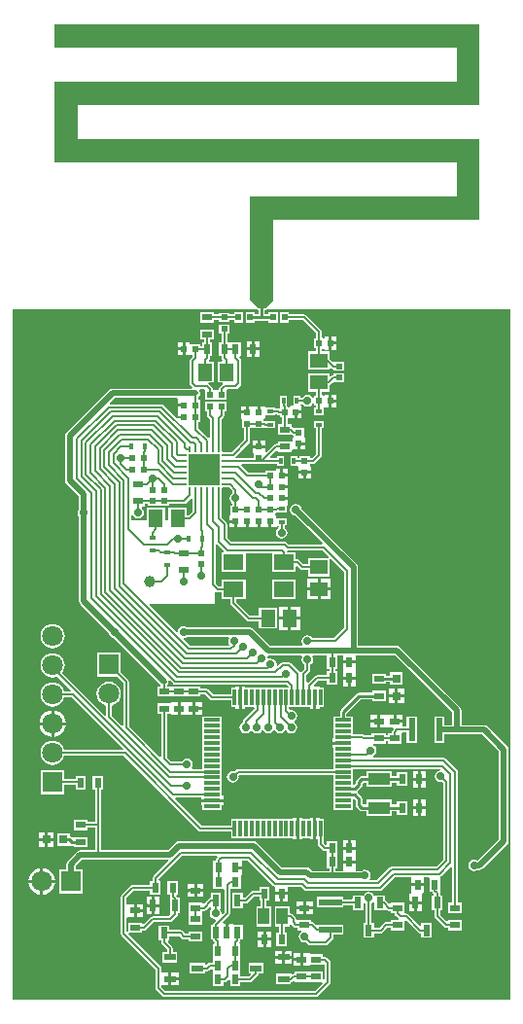
<source format=gtl>
G04 Layer_Physical_Order=1*
G04 Layer_Color=255*
%FSLAX44Y44*%
%MOMM*%
G71*
G01*
G75*
%ADD10R,0.6000X0.9000*%
%ADD11R,1.9000X1.1000*%
%ADD12R,1.5000X1.3000*%
%ADD13R,0.1000X0.1000*%
%ADD14R,0.9000X0.6000*%
%ADD15R,0.6000X2.0000*%
%ADD16R,0.8000X0.8000*%
%ADD17R,0.6000X1.0000*%
%ADD18R,1.0000X1.4500*%
%ADD19R,2.0000X0.6000*%
%ADD20R,0.8000X0.8000*%
%ADD21R,1.0000X0.6000*%
%ADD22R,0.3000X1.4000*%
%ADD23R,1.4000X0.3000*%
%ADD24R,1.3000X1.5000*%
%ADD25R,0.6000X0.5000*%
%ADD26R,0.3000X0.5500*%
%ADD27R,0.5500X0.3000*%
%ADD28C,1.0000*%
%ADD29R,0.5000X0.6000*%
%ADD30R,1.8000X1.4000*%
%ADD31R,0.2500X0.5000*%
%ADD32R,0.5000X0.2500*%
%ADD33R,2.7000X2.7000*%
%ADD34C,0.2000*%
%ADD35C,0.2540*%
%ADD36C,0.5000*%
%ADD37C,1.8000*%
%ADD38R,1.8000X1.8000*%
%ADD39R,1.8000X1.8000*%
%ADD40C,0.7000*%
%ADD41C,0.6000*%
G36*
X410000Y732000D02*
X410000D01*
X410000Y702000D01*
X410000D01*
X410000Y682000D01*
X230000Y682000D01*
X230000Y612000D01*
X223000Y605000D01*
Y605000D01*
X217000D01*
X210000Y612000D01*
X210000D01*
X210000Y702000D01*
X230000Y702000D01*
X390000Y702000D01*
X390000Y732000D01*
X40000Y732000D01*
X40000Y752000D01*
X410000Y752000D01*
X410000Y732000D01*
D02*
G37*
G36*
X436941Y3059D02*
X3059D01*
Y604500D01*
X215204D01*
X215852Y603852D01*
X217000Y603376D01*
X217176D01*
Y599824D01*
X214000D01*
Y601500D01*
X206000D01*
Y592500D01*
X214000D01*
Y594176D01*
X226000D01*
Y592500D01*
X234000D01*
Y601500D01*
X226000D01*
Y599824D01*
X222824D01*
Y603376D01*
X223000D01*
X224148Y603852D01*
X224148Y603852D01*
X224796Y604500D01*
X436941D01*
Y3059D01*
D02*
G37*
G36*
X410000Y832000D02*
X410000D01*
X410000Y802001D01*
X410000D01*
X410000Y782000D01*
X40000Y782000D01*
X40000Y802000D01*
X390000Y802000D01*
X390000Y832000D01*
X40000Y832000D01*
X40000Y852000D01*
X410000Y852000D01*
X410000Y832000D01*
D02*
G37*
G36*
X60000Y752000D02*
X40000Y752000D01*
X40000Y782000D01*
X60000Y782000D01*
X60000Y752000D01*
D02*
G37*
%LPC*%
G36*
X302040Y133730D02*
X296500D01*
X290960D01*
Y127960D01*
Y124270D01*
X302040D01*
Y127960D01*
Y133730D01*
D02*
G37*
G36*
X29870Y117472D02*
Y107270D01*
X40072D01*
X39843Y109012D01*
X38680Y111820D01*
X36830Y114230D01*
X34420Y116080D01*
X31613Y117243D01*
X29870Y117472D01*
D02*
G37*
G36*
X27330D02*
X25587Y117243D01*
X22780Y116080D01*
X20370Y114230D01*
X18520Y111820D01*
X17357Y109012D01*
X17128Y107270D01*
X27330D01*
Y117472D01*
D02*
G37*
G36*
X53000Y148000D02*
X42000D01*
Y137000D01*
X53000D01*
Y137000D01*
X54270Y137321D01*
X55000Y137176D01*
X55000Y137176D01*
X56500D01*
Y135500D01*
X68500D01*
Y144500D01*
X56500D01*
Y144290D01*
X55230Y143764D01*
X54497Y144497D01*
X53581Y145109D01*
X53000Y145225D01*
Y148000D01*
D02*
G37*
G36*
X295230Y142040D02*
X290960D01*
Y136270D01*
X295230D01*
Y142040D01*
D02*
G37*
G36*
X39040Y141230D02*
X33770D01*
Y135960D01*
X39040D01*
Y141230D01*
D02*
G37*
G36*
X31230D02*
X25960D01*
Y135960D01*
X31230D01*
Y141230D01*
D02*
G37*
G36*
X169540Y96730D02*
X163770D01*
Y92460D01*
X169540D01*
Y96730D01*
D02*
G37*
G36*
X161230D02*
X155460D01*
Y92460D01*
X161230D01*
Y96730D01*
D02*
G37*
G36*
X227000Y101500D02*
X218000D01*
Y98049D01*
X212500D01*
X211525Y97855D01*
X210698Y97302D01*
X205194Y91799D01*
X203560D01*
Y95750D01*
X194560D01*
Y82750D01*
X203560D01*
Y86701D01*
X206250D01*
X207225Y86895D01*
X208052Y87448D01*
X213556Y92951D01*
X218000D01*
Y89500D01*
X219451D01*
Y84250D01*
X215500D01*
Y66750D01*
X228500D01*
Y84250D01*
X224549D01*
Y89500D01*
X227000D01*
Y101500D01*
D02*
G37*
G36*
X27330Y104730D02*
X17128D01*
X17357Y102987D01*
X18520Y100180D01*
X20370Y97770D01*
X22780Y95920D01*
X25587Y94757D01*
X27330Y94528D01*
Y104730D01*
D02*
G37*
G36*
X169540Y103540D02*
X163770D01*
Y99270D01*
X169540D01*
Y103540D01*
D02*
G37*
G36*
X161230D02*
X155460D01*
Y99270D01*
X161230D01*
Y103540D01*
D02*
G37*
G36*
X40072Y104730D02*
X29870D01*
Y94528D01*
X31613Y94757D01*
X34420Y95920D01*
X36830Y97770D01*
X38680Y100180D01*
X39843Y102987D01*
X40072Y104730D01*
D02*
G37*
G36*
X302040Y142040D02*
X297770D01*
Y136270D01*
X302040D01*
Y142040D01*
D02*
G37*
G36*
X356230Y193730D02*
X351960D01*
Y187960D01*
X356230D01*
Y193730D01*
D02*
G37*
G36*
X48500Y203000D02*
X27500D01*
Y182000D01*
X48500D01*
Y189951D01*
X58000D01*
Y186000D01*
X67000D01*
Y198000D01*
X58000D01*
Y195049D01*
X48500D01*
Y203000D01*
D02*
G37*
G36*
X363040Y177040D02*
X358770D01*
Y171270D01*
X363040D01*
Y177040D01*
D02*
G37*
G36*
Y193730D02*
X358770D01*
Y187960D01*
X363040D01*
Y193730D01*
D02*
G37*
G36*
X36730Y242030D02*
X26528D01*
X26757Y240287D01*
X27920Y237480D01*
X29770Y235070D01*
X32180Y233220D01*
X34987Y232057D01*
X36730Y231828D01*
Y242030D01*
D02*
G37*
G36*
X363040Y202040D02*
X358770D01*
Y196270D01*
X363040D01*
Y202040D01*
D02*
G37*
G36*
X356230D02*
X351960D01*
Y196270D01*
X356230D01*
Y202040D01*
D02*
G37*
G36*
X265230Y161540D02*
X262460D01*
Y160500D01*
X255540D01*
Y161540D01*
X252770D01*
Y152000D01*
Y142460D01*
X255540D01*
Y143500D01*
X262460D01*
Y142460D01*
X265230D01*
Y152000D01*
Y161540D01*
D02*
G37*
G36*
X39040Y149040D02*
X33770D01*
Y143770D01*
X39040D01*
Y149040D01*
D02*
G37*
G36*
X31230D02*
X25960D01*
Y143770D01*
X31230D01*
Y149040D01*
D02*
G37*
G36*
X356230Y168730D02*
X351960D01*
Y162960D01*
X356230D01*
Y168730D01*
D02*
G37*
G36*
Y177040D02*
X351960D01*
Y171270D01*
X356230D01*
Y177040D01*
D02*
G37*
G36*
X186540Y175230D02*
X177000D01*
X167460D01*
Y172460D01*
X168500D01*
Y168500D01*
X185500D01*
Y172460D01*
X186540D01*
Y175230D01*
D02*
G37*
G36*
X363040Y168730D02*
X358770D01*
Y162960D01*
X363040D01*
Y168730D01*
D02*
G37*
G36*
X313500Y96598D02*
X311549Y96210D01*
X309895Y95105D01*
X309535Y94566D01*
X308500Y94000D01*
X299500D01*
Y91198D01*
X299098Y90867D01*
X298230Y90404D01*
X297500Y90549D01*
X291500D01*
Y92500D01*
X268500D01*
Y83500D01*
X291500D01*
Y85451D01*
X296567D01*
X297025Y85145D01*
X298000Y84951D01*
X299500D01*
Y81000D01*
X308500D01*
Y87697D01*
X309770Y88083D01*
X309895Y87895D01*
X310951Y87190D01*
Y70000D01*
X309000D01*
Y57000D01*
X318000D01*
Y60951D01*
X324000D01*
X324975Y61145D01*
X325802Y61698D01*
X329556Y65451D01*
X332500D01*
Y63500D01*
X344500D01*
Y71599D01*
X345770Y72125D01*
X356198Y61698D01*
X357025Y61145D01*
X358000Y60951D01*
X359000D01*
Y57000D01*
X368000D01*
Y70000D01*
X359000D01*
Y67764D01*
X357827Y67278D01*
X347802Y77302D01*
X346976Y77855D01*
X346000Y78049D01*
X345583D01*
X344500Y78500D01*
Y87500D01*
X332500D01*
Y86901D01*
X331230Y86375D01*
X328302Y89302D01*
X327500Y89839D01*
Y94000D01*
X318500D01*
X317465Y94566D01*
X317105Y95105D01*
X315451Y96210D01*
X313500Y96598D01*
D02*
G37*
G36*
X228040Y54230D02*
X223770D01*
Y48460D01*
X228040D01*
Y54230D01*
D02*
G37*
G36*
X221230D02*
X216960D01*
Y48460D01*
X221230D01*
Y54230D01*
D02*
G37*
G36*
X246600Y45540D02*
X240330D01*
Y41270D01*
X246600D01*
Y45540D01*
D02*
G37*
G36*
X244500Y84250D02*
X231500D01*
Y66750D01*
X234951D01*
Y61500D01*
X233000D01*
Y49500D01*
X242000D01*
Y61500D01*
X240049D01*
Y66750D01*
X244500D01*
Y68204D01*
X245462Y68601D01*
X245770Y68625D01*
X248198Y66198D01*
X249025Y65645D01*
X250000Y65451D01*
X251500D01*
Y63500D01*
X254446D01*
X254831Y62230D01*
X253895Y61605D01*
X252790Y59951D01*
X252402Y58000D01*
X252790Y56049D01*
X253895Y54395D01*
X255549Y53290D01*
X257500Y52902D01*
X258745Y53150D01*
X260698Y51198D01*
X261525Y50645D01*
X262500Y50451D01*
X276000D01*
X276975Y50645D01*
X277802Y51198D01*
X281802Y55198D01*
X282355Y56025D01*
X282549Y57000D01*
Y59500D01*
X291500D01*
Y68500D01*
X268500D01*
Y68500D01*
X267513Y68091D01*
X265802Y69802D01*
X264975Y70355D01*
X264000Y70549D01*
X263500D01*
Y72500D01*
X251500D01*
Y72500D01*
X250247Y72542D01*
X250049Y72674D01*
Y73000D01*
X249855Y73976D01*
X249302Y74802D01*
X246802Y77302D01*
X245975Y77855D01*
X245000Y78049D01*
X244500D01*
Y84250D01*
D02*
G37*
G36*
X228040Y62540D02*
X223770D01*
Y56770D01*
X228040D01*
Y62540D01*
D02*
G37*
G36*
X221230D02*
X216960D01*
Y56770D01*
X221230D01*
Y62540D01*
D02*
G37*
G36*
X139500Y67500D02*
X130500D01*
Y54500D01*
X132451D01*
Y53000D01*
X132645Y52025D01*
X133198Y51198D01*
X137511Y46884D01*
Y44500D01*
X133560D01*
Y35500D01*
X146560D01*
Y44500D01*
X142609D01*
Y47940D01*
X142415Y48916D01*
X141862Y49742D01*
X138375Y53230D01*
X138901Y54500D01*
X139500D01*
Y58451D01*
X148444D01*
X150698Y56198D01*
X151525Y55645D01*
X152500Y55451D01*
X156500D01*
Y53500D01*
X168500D01*
Y62500D01*
X156500D01*
Y60549D01*
X153556D01*
X151302Y62802D01*
X150476Y63355D01*
X149500Y63549D01*
X139500D01*
Y67500D01*
D02*
G37*
G36*
X253730Y36730D02*
X247960D01*
Y32460D01*
X253730D01*
Y36730D01*
D02*
G37*
G36*
X147600Y26540D02*
X141330D01*
Y22270D01*
X147600D01*
Y26540D01*
D02*
G37*
G36*
Y19730D02*
X141330D01*
Y15460D01*
X147600D01*
Y19730D01*
D02*
G37*
G36*
X237790Y38730D02*
X231520D01*
Y34460D01*
X237790D01*
Y38730D01*
D02*
G37*
G36*
Y45540D02*
X231520D01*
Y41270D01*
X237790D01*
Y45540D01*
D02*
G37*
G36*
X253730Y43540D02*
X247960D01*
Y39270D01*
X253730D01*
Y43540D01*
D02*
G37*
G36*
X246600Y38730D02*
X240330D01*
Y34460D01*
X246600D01*
Y38730D01*
D02*
G37*
G36*
X117040Y79230D02*
X111270D01*
Y74960D01*
X117040D01*
Y79230D01*
D02*
G37*
G36*
X124230Y92540D02*
X119960D01*
Y86270D01*
X124230D01*
Y92540D01*
D02*
G37*
G36*
X264540Y88540D02*
X258770D01*
Y84270D01*
X264540D01*
Y88540D01*
D02*
G37*
G36*
X256230D02*
X250460D01*
Y84270D01*
X256230D01*
Y88540D01*
D02*
G37*
G36*
X131040Y92540D02*
X126770D01*
Y86270D01*
X131040D01*
Y92540D01*
D02*
G37*
G36*
X361540Y101730D02*
X350460D01*
Y96310D01*
X350460Y95960D01*
X349615Y95040D01*
X348460D01*
Y88770D01*
X359540D01*
Y94690D01*
X359540Y95040D01*
X360385Y95960D01*
X361540D01*
Y101730D01*
D02*
G37*
G36*
X243040Y94230D02*
X238770D01*
Y88460D01*
X243040D01*
Y94230D01*
D02*
G37*
G36*
X236230D02*
X231960D01*
Y88460D01*
X236230D01*
Y94230D01*
D02*
G37*
G36*
X124230Y83730D02*
X119960D01*
Y77460D01*
X124230D01*
Y83730D01*
D02*
G37*
G36*
X264540Y81730D02*
X258770D01*
Y77460D01*
X264540D01*
Y81730D01*
D02*
G37*
G36*
X256230D02*
X250460D01*
Y77460D01*
X256230D01*
Y81730D01*
D02*
G37*
G36*
X131040Y83730D02*
X126770D01*
Y77460D01*
X131040D01*
Y83730D01*
D02*
G37*
G36*
X111270Y86040D02*
Y81770D01*
X117040D01*
Y86040D01*
X111270D01*
D02*
G37*
G36*
X359540Y86230D02*
X355270D01*
Y79960D01*
X359540D01*
Y86230D01*
D02*
G37*
G36*
X352730D02*
X348460D01*
Y79960D01*
X352730D01*
Y86230D01*
D02*
G37*
G36*
X49472Y242030D02*
X39270D01*
Y231828D01*
X41013Y232057D01*
X43820Y233220D01*
X46230Y235070D01*
X48080Y237480D01*
X49243Y240287D01*
X49472Y242030D01*
D02*
G37*
G36*
X211230Y576540D02*
X206960D01*
Y570770D01*
X211230D01*
Y576540D01*
D02*
G37*
G36*
X218040D02*
X213770D01*
Y570770D01*
X218040D01*
Y576540D01*
D02*
G37*
G36*
X285040Y573230D02*
X281270D01*
Y568960D01*
X285040D01*
Y573230D01*
D02*
G37*
G36*
X151230Y568230D02*
X147460D01*
Y563960D01*
X151230D01*
Y568230D01*
D02*
G37*
G36*
X244000Y601500D02*
X236000D01*
Y592500D01*
X244000D01*
Y594451D01*
X256444D01*
X267451Y583444D01*
Y579000D01*
X266000D01*
Y570000D01*
X267451D01*
Y567500D01*
X261000D01*
Y551500D01*
X279000D01*
Y552736D01*
X280173Y553222D01*
X280698Y552698D01*
X281525Y552145D01*
X282500Y551951D01*
X283000D01*
Y550500D01*
X292000D01*
Y558500D01*
X283000D01*
X283000Y558500D01*
Y558500D01*
X281806Y558798D01*
X279302Y561302D01*
X279000Y561505D01*
Y567500D01*
X272549D01*
Y569102D01*
X273447Y570000D01*
X274000D01*
X274960Y569252D01*
Y568960D01*
X278730D01*
Y574500D01*
Y580040D01*
X274960D01*
Y579748D01*
X274000Y579000D01*
X273819Y579000D01*
X272549Y579311D01*
Y584500D01*
X272355Y585476D01*
X271802Y586302D01*
X259302Y598802D01*
X258475Y599355D01*
X257500Y599549D01*
X244000D01*
Y601500D01*
D02*
G37*
G36*
X206230Y519540D02*
X201960D01*
Y515770D01*
X206230D01*
Y519540D01*
D02*
G37*
G36*
X38000Y330091D02*
X35259Y329730D01*
X32705Y328672D01*
X30511Y326989D01*
X28828Y324795D01*
X27770Y322241D01*
X27409Y319500D01*
X27770Y316759D01*
X28828Y314205D01*
X30511Y312011D01*
X32705Y310328D01*
X35259Y309270D01*
X38000Y308909D01*
X40741Y309270D01*
X43295Y310328D01*
X45489Y312011D01*
X47172Y314205D01*
X48230Y316759D01*
X48591Y319500D01*
X48230Y322241D01*
X47172Y324795D01*
X45489Y326989D01*
X43295Y328672D01*
X40741Y329730D01*
X38000Y330091D01*
D02*
G37*
G36*
X178500Y601500D02*
X166500D01*
Y592500D01*
X178500D01*
Y594451D01*
X183000D01*
Y593000D01*
X192000D01*
Y594451D01*
X196000D01*
Y592500D01*
X204000D01*
Y601500D01*
X196000D01*
Y599549D01*
X192000D01*
Y601000D01*
X183000D01*
Y599549D01*
X178500D01*
Y601500D01*
D02*
G37*
G36*
X151230Y575040D02*
X147460D01*
Y570770D01*
X151230D01*
Y575040D01*
D02*
G37*
G36*
X285040Y580040D02*
X281270D01*
Y575770D01*
X285040D01*
Y580040D01*
D02*
G37*
G36*
X274250Y506750D02*
X265750D01*
Y500750D01*
X267451D01*
Y478056D01*
X263944Y474549D01*
X262000D01*
Y476000D01*
X253000D01*
Y474549D01*
X251250D01*
Y476250D01*
X245250D01*
Y467750D01*
X250127Y467750D01*
X250526Y467750D01*
X251244Y467561D01*
X251549Y467339D01*
X251700Y467132D01*
X251841Y466768D01*
X251960Y466316D01*
X251960Y463270D01*
X257500D01*
X263040D01*
Y467040D01*
X262748D01*
X262000Y468000D01*
X262000Y468181D01*
X262311Y469451D01*
X265000D01*
X265975Y469645D01*
X266802Y470198D01*
X271802Y475198D01*
X272355Y476025D01*
X272549Y477000D01*
Y500750D01*
X274250D01*
Y506750D01*
D02*
G37*
G36*
X242540Y465040D02*
X238770D01*
Y460770D01*
X242540D01*
Y465040D01*
D02*
G37*
G36*
X258040Y485730D02*
X253770D01*
Y481960D01*
X258040D01*
Y485730D01*
D02*
G37*
G36*
X192000Y591000D02*
X183000D01*
Y583000D01*
X184951D01*
Y575500D01*
X183000D01*
Y563500D01*
X184951D01*
Y562000D01*
X185145Y561025D01*
X185698Y560198D01*
X186125Y559770D01*
X185599Y558500D01*
X181500D01*
Y540500D01*
X186126D01*
X186294Y540019D01*
X186338Y539230D01*
X185698Y538802D01*
X183198Y536302D01*
X182645Y535476D01*
X182451Y534500D01*
Y533500D01*
X180770D01*
X180500Y533500D01*
X179500D01*
X179230Y533500D01*
X177549D01*
Y534500D01*
X177355Y535476D01*
X176802Y536302D01*
X174302Y538802D01*
X173662Y539230D01*
X173706Y540019D01*
X173874Y540500D01*
X178500D01*
Y558500D01*
X174401D01*
X173875Y559770D01*
X174302Y560198D01*
X174855Y561025D01*
X175049Y562000D01*
Y563500D01*
X177000D01*
Y575500D01*
X175049D01*
Y577500D01*
X178500D01*
Y586500D01*
X166500D01*
Y577500D01*
X169951D01*
Y575500D01*
X168000D01*
Y572049D01*
X166500D01*
Y574000D01*
X158810D01*
X158500Y574000D01*
X157540Y574748D01*
Y575040D01*
X153770D01*
Y569500D01*
Y563960D01*
X157540D01*
Y564252D01*
X158500Y565000D01*
X158681Y565000D01*
X159951Y564689D01*
Y563056D01*
X158198Y561302D01*
X157645Y560476D01*
X157451Y559500D01*
Y539500D01*
X157645Y538525D01*
X158198Y537698D01*
X159547Y536348D01*
X159021Y535078D01*
X90000D01*
X90000Y535078D01*
X88439Y534768D01*
X87116Y533884D01*
X50116Y496884D01*
X49232Y495561D01*
X48922Y494000D01*
X48922Y494000D01*
Y455000D01*
X48922Y455000D01*
X49232Y453439D01*
X50116Y452116D01*
X60922Y441311D01*
Y429896D01*
X60290Y428951D01*
X59902Y427000D01*
X60290Y425049D01*
X60922Y424104D01*
Y350000D01*
X60922Y350000D01*
X61232Y348439D01*
X62116Y347116D01*
X87068Y322164D01*
X87290Y321049D01*
X88395Y319395D01*
X90049Y318290D01*
X91164Y318068D01*
X131962Y277270D01*
X131855Y276642D01*
X131501Y276000D01*
X129000D01*
Y267000D01*
X141000D01*
Y267000D01*
X142000D01*
Y267000D01*
X154000D01*
Y267000D01*
X155000D01*
Y267000D01*
X167000D01*
Y268951D01*
X170444D01*
X175198Y264198D01*
X176024Y263645D01*
X177000Y263451D01*
X193500D01*
Y257500D01*
X197460D01*
Y256460D01*
X200230D01*
Y266000D01*
Y275540D01*
X197460D01*
Y274500D01*
X193500D01*
Y268549D01*
X178056D01*
X173302Y273302D01*
X172475Y273855D01*
X171500Y274049D01*
X167000D01*
Y276000D01*
X155000D01*
Y276000D01*
X154000D01*
Y276000D01*
X142000D01*
Y276000D01*
X141000D01*
Y276000D01*
X138499D01*
X138162Y276611D01*
X137987Y277270D01*
X138768Y278439D01*
X139078Y280000D01*
X138949Y280650D01*
X140119Y281276D01*
X143198Y278198D01*
X144024Y277645D01*
X145000Y277451D01*
X241944D01*
X243625Y275770D01*
X243165Y274500D01*
X205540D01*
Y275540D01*
X202770D01*
Y266000D01*
Y256460D01*
X205540D01*
Y257500D01*
X213165D01*
X213625Y256230D01*
X204198Y246802D01*
X203645Y245975D01*
X203451Y245000D01*
Y244310D01*
X202395Y243605D01*
X201290Y241951D01*
X200902Y240000D01*
X201290Y238049D01*
X202395Y236395D01*
X204049Y235290D01*
X206000Y234902D01*
X207951Y235290D01*
X209605Y236395D01*
X210236Y237340D01*
X211764D01*
X212395Y236395D01*
X214049Y235290D01*
X216000Y234902D01*
X217951Y235290D01*
X219605Y236395D01*
X220236Y237340D01*
X221764D01*
X222395Y236395D01*
X224049Y235290D01*
X226000Y234902D01*
X227951Y235290D01*
X229605Y236395D01*
X230236Y237340D01*
X231764D01*
X232395Y236395D01*
X234049Y235290D01*
X236000Y234902D01*
X237951Y235290D01*
X239605Y236395D01*
X240236Y237340D01*
X241764D01*
X242395Y236395D01*
X244049Y235290D01*
X246000Y234902D01*
X247951Y235290D01*
X249605Y236395D01*
X250710Y238049D01*
X251098Y240000D01*
X250710Y241951D01*
X249605Y243605D01*
X248660Y244236D01*
Y245764D01*
X249605Y246395D01*
X250710Y248049D01*
X251098Y250000D01*
X250710Y251951D01*
X249605Y253605D01*
X247951Y254710D01*
X246000Y255098D01*
X245051Y254909D01*
X244049Y255790D01*
Y257500D01*
X262460D01*
Y256460D01*
X265230D01*
Y266000D01*
X267770D01*
Y256460D01*
X270540D01*
Y257500D01*
X274500D01*
Y274500D01*
X270540D01*
Y275540D01*
X265804D01*
X265318Y276713D01*
X269056Y280451D01*
X277000D01*
Y277000D01*
X286000D01*
Y289000D01*
X284049D01*
Y291000D01*
X286000D01*
Y302922D01*
X290960D01*
Y298270D01*
X302040D01*
Y302922D01*
X336311D01*
X385922Y253311D01*
Y242078D01*
X379500D01*
Y249500D01*
X370500D01*
Y226500D01*
X379500D01*
Y233922D01*
X412311D01*
X426922Y219311D01*
Y142689D01*
X408311Y124078D01*
X407896D01*
X406951Y124710D01*
X405000Y125098D01*
X403049Y124710D01*
X401395Y123605D01*
X400290Y121951D01*
X399902Y120000D01*
X400290Y118049D01*
X401395Y116395D01*
X403049Y115290D01*
X405000Y114902D01*
X406951Y115290D01*
X407896Y115922D01*
X410000D01*
X410000Y115922D01*
X411561Y116232D01*
X412884Y117116D01*
X433884Y138116D01*
X433884Y138116D01*
X434768Y139439D01*
X435078Y141000D01*
Y221000D01*
X434768Y222561D01*
X433884Y223884D01*
X433884Y223884D01*
X416884Y240884D01*
X415561Y241768D01*
X414000Y242078D01*
X414000Y242078D01*
X394078D01*
Y255000D01*
X393768Y256561D01*
X392884Y257884D01*
X392884Y257884D01*
X340884Y309884D01*
X339561Y310768D01*
X338000Y311078D01*
X338000Y311078D01*
X304078D01*
Y379500D01*
X304078Y379500D01*
X303768Y381061D01*
X302884Y382384D01*
X254932Y430336D01*
X254710Y431451D01*
X253605Y433105D01*
X251951Y434210D01*
X250000Y434598D01*
X248049Y434210D01*
X246395Y433105D01*
X245290Y431451D01*
X244902Y429500D01*
X245290Y427549D01*
X246395Y425895D01*
X248049Y424790D01*
X249164Y424568D01*
X272913Y400819D01*
X272387Y399549D01*
X243556D01*
X241802Y401302D01*
X240975Y401855D01*
X240000Y402049D01*
X193556D01*
X190049Y405556D01*
Y417000D01*
X189855Y417976D01*
X189302Y418802D01*
X185049Y423056D01*
Y442500D01*
X185250D01*
Y448460D01*
X186040D01*
Y449250D01*
X191645D01*
X194951Y445944D01*
Y443810D01*
X193895Y443105D01*
X192790Y441451D01*
X192402Y439500D01*
X192790Y437549D01*
X193895Y435895D01*
X194951Y435190D01*
Y433500D01*
X193000D01*
Y425810D01*
X193000Y425500D01*
X192252Y424540D01*
X191960D01*
Y420770D01*
X197500D01*
Y419500D01*
X198770D01*
Y414460D01*
X206230D01*
Y419500D01*
X208770D01*
Y414460D01*
X216230D01*
Y419500D01*
X218770D01*
Y414460D01*
X226230D01*
Y419500D01*
X228770D01*
Y414460D01*
X233040D01*
Y414567D01*
X233110Y414961D01*
X234466Y415336D01*
X234822Y414981D01*
X234740Y413669D01*
X233895Y413105D01*
X232790Y411451D01*
X232402Y409500D01*
X232790Y407549D01*
X233895Y405895D01*
X235549Y404790D01*
X237500Y404402D01*
X239451Y404790D01*
X241105Y405895D01*
X242210Y407549D01*
X242598Y409500D01*
X242210Y411451D01*
X241105Y413105D01*
X240049Y413810D01*
Y415750D01*
X241750D01*
Y421750D01*
X233250Y421750D01*
X233040Y422933D01*
Y424540D01*
X232748D01*
X232000Y425500D01*
X232000Y425681D01*
X232311Y426951D01*
X232500D01*
X233475Y427145D01*
X233633Y427250D01*
X241750D01*
X241750Y433017D01*
X242540Y433960D01*
X242540Y434193D01*
Y438230D01*
X237500D01*
Y440770D01*
X242540D01*
Y443960D01*
X242540D01*
Y448230D01*
X237500D01*
Y450770D01*
X242540D01*
Y455040D01*
X242540D01*
Y458230D01*
X237500D01*
Y459500D01*
X236230D01*
Y465040D01*
X232460D01*
Y464748D01*
X231500Y464000D01*
X231190Y464000D01*
X223500D01*
Y462049D01*
X208556D01*
X202424Y468181D01*
X202950Y469451D01*
X220000Y469451D01*
X220000Y469451D01*
X233750D01*
Y467750D01*
X239750D01*
Y476250D01*
X233750D01*
Y474549D01*
X227813D01*
X227327Y475722D01*
X232730Y481125D01*
X234000Y480599D01*
Y480000D01*
X246000D01*
Y481212D01*
X246960Y481960D01*
X247270Y481960D01*
X251230D01*
Y487000D01*
X252500D01*
Y488270D01*
X258040D01*
Y492040D01*
X257748D01*
X257000Y493000D01*
X257000Y493310D01*
Y501000D01*
X248000D01*
X248000Y501000D01*
Y501000D01*
X246806Y501298D01*
X246802Y501302D01*
X246000Y501839D01*
Y504000D01*
X242549D01*
Y509102D01*
X243447Y510000D01*
X244000D01*
X244960Y509252D01*
Y508960D01*
X248730D01*
Y514500D01*
X250000D01*
Y515770D01*
X255040D01*
Y520040D01*
X254933D01*
X254539Y520110D01*
X254163Y521466D01*
X254519Y521822D01*
X255831Y521740D01*
X256395Y520895D01*
X258049Y519790D01*
X260000Y519402D01*
X261951Y519790D01*
X263605Y520895D01*
X264710Y522549D01*
X264730Y522650D01*
X266000Y522525D01*
Y520000D01*
X267451D01*
Y518250D01*
X265750D01*
Y512250D01*
X274250D01*
X274250Y517127D01*
X274250Y517526D01*
X274439Y518244D01*
X274661Y518549D01*
X274869Y518700D01*
X275232Y518841D01*
X275684Y518960D01*
X278730Y518960D01*
Y524500D01*
Y530040D01*
X274960D01*
Y529748D01*
X274000Y529000D01*
X273819Y529000D01*
X272549Y529311D01*
Y532500D01*
X279000D01*
Y538050D01*
X279475Y538145D01*
X280302Y538698D01*
X281792Y540187D01*
X283000Y540500D01*
Y540500D01*
X283000Y540500D01*
X292000D01*
Y548500D01*
X283000D01*
Y547049D01*
X282500D01*
X281525Y546855D01*
X280698Y546302D01*
X280173Y545778D01*
X279000Y546264D01*
Y548500D01*
X261000D01*
Y532500D01*
X267451D01*
Y529000D01*
X266000D01*
Y526475D01*
X264730Y526350D01*
X264710Y526451D01*
X263605Y528105D01*
X261951Y529210D01*
X260000Y529598D01*
X258049Y529210D01*
X256395Y528105D01*
X255690Y527049D01*
X253750D01*
Y528750D01*
X247750D01*
X247750Y520250D01*
X246567Y520040D01*
X244960D01*
Y519748D01*
X244000Y519000D01*
X243819Y519000D01*
X242549Y519311D01*
Y519500D01*
X242355Y520476D01*
X242250Y520633D01*
Y528750D01*
X236250D01*
Y520250D01*
X236250D01*
X236250Y520243D01*
X236000Y519000D01*
X235261Y518036D01*
X234730Y517704D01*
X234250Y517799D01*
X231750D01*
Y518250D01*
X223250Y518250D01*
X223040Y519433D01*
Y519540D01*
X218770D01*
Y514500D01*
X216230D01*
Y519540D01*
X208770D01*
Y514500D01*
X207500D01*
Y513230D01*
X201960D01*
Y509460D01*
X202252D01*
X203000Y508500D01*
X203000Y508190D01*
Y500500D01*
X204951D01*
Y490556D01*
X193944Y479549D01*
X192000D01*
Y479750D01*
X186040D01*
Y480540D01*
X185250D01*
Y486500D01*
X185049D01*
Y508444D01*
X186802Y510198D01*
X187355Y511025D01*
X187549Y512000D01*
Y515500D01*
X189500D01*
Y523500D01*
X180500D01*
Y523500D01*
X179500D01*
Y523500D01*
X170500D01*
Y515500D01*
X172451D01*
Y512000D01*
X172645Y511025D01*
X173198Y510198D01*
X174951Y508444D01*
Y492450D01*
X173681Y491924D01*
X165049Y500556D01*
Y506000D01*
X166500D01*
Y515000D01*
X166500D01*
Y516000D01*
X166500D01*
Y525000D01*
X165049D01*
Y527892D01*
X165384Y528116D01*
X166268Y529439D01*
X166578Y531000D01*
X166268Y532561D01*
X165853Y533181D01*
X166532Y534451D01*
X169730D01*
X170500Y533500D01*
Y525500D01*
X179230D01*
X179500Y525500D01*
X180500D01*
X180770Y525500D01*
X189500D01*
Y533500D01*
X190270Y534451D01*
X197500D01*
X198475Y534645D01*
X199302Y535198D01*
X201802Y537698D01*
X202355Y538525D01*
X202549Y539500D01*
Y559500D01*
X202355Y560476D01*
X201802Y561302D01*
X200875Y562230D01*
X201401Y563500D01*
X202000D01*
Y575500D01*
X193000D01*
Y575500D01*
X192000D01*
Y575500D01*
X190049D01*
Y583000D01*
X192000D01*
Y591000D01*
D02*
G37*
G36*
X211230Y568230D02*
X206960D01*
Y562460D01*
X211230D01*
Y568230D01*
D02*
G37*
G36*
X196230Y418230D02*
X191960D01*
Y414460D01*
X196230D01*
Y418230D01*
D02*
G37*
G36*
X218040Y568230D02*
X213770D01*
Y562460D01*
X218040D01*
Y568230D01*
D02*
G37*
G36*
X255040Y513230D02*
X251270D01*
Y508960D01*
X255040D01*
Y513230D01*
D02*
G37*
G36*
X263040Y460730D02*
X258770D01*
Y456960D01*
X263040D01*
Y460730D01*
D02*
G37*
G36*
X256230D02*
X251960D01*
Y456960D01*
X256230D01*
Y460730D01*
D02*
G37*
G36*
X159730Y262040D02*
X149270D01*
Y256500D01*
Y250960D01*
X159730D01*
Y256500D01*
Y262040D01*
D02*
G37*
G36*
X343040Y251040D02*
X337270D01*
Y246770D01*
X343040D01*
Y251040D01*
D02*
G37*
G36*
X168040Y255230D02*
X162270D01*
Y250960D01*
X168040D01*
Y255230D01*
D02*
G37*
G36*
X336230Y266230D02*
X330960D01*
Y260960D01*
X336230D01*
Y266230D01*
D02*
G37*
G36*
X168040Y262040D02*
X162270D01*
Y257770D01*
X168040D01*
Y262040D01*
D02*
G37*
G36*
X97500Y305200D02*
X76500D01*
Y284200D01*
X93895D01*
X99451Y278644D01*
Y241784D01*
X98278Y241298D01*
X89549Y250026D01*
Y259045D01*
X89741Y259070D01*
X92295Y260128D01*
X94489Y261811D01*
X96172Y264005D01*
X97230Y266559D01*
X97591Y269300D01*
X97230Y272041D01*
X96172Y274595D01*
X94489Y276789D01*
X92295Y278472D01*
X89741Y279530D01*
X87000Y279891D01*
X84259Y279530D01*
X81705Y278472D01*
X79511Y276789D01*
X77828Y274595D01*
X76770Y272041D01*
X76409Y269300D01*
X76770Y266559D01*
X77828Y264005D01*
X79511Y261811D01*
X81705Y260128D01*
X84259Y259070D01*
X84451Y259045D01*
Y251127D01*
X83278Y250641D01*
X46278Y287640D01*
X47172Y288805D01*
X48230Y291359D01*
X48591Y294100D01*
X48230Y296841D01*
X47172Y299395D01*
X45489Y301589D01*
X43295Y303272D01*
X40741Y304330D01*
X38000Y304691D01*
X35259Y304330D01*
X32705Y303272D01*
X30511Y301589D01*
X28828Y299395D01*
X27770Y296841D01*
X27409Y294100D01*
X27770Y291359D01*
X28828Y288805D01*
X30511Y286611D01*
X32705Y284928D01*
X35259Y283870D01*
X38000Y283509D01*
X40741Y283870D01*
X42224Y284485D01*
X54287Y272422D01*
X53801Y271249D01*
X48255D01*
X48230Y271441D01*
X47172Y273995D01*
X45489Y276189D01*
X43295Y277872D01*
X40741Y278930D01*
X38000Y279291D01*
X35259Y278930D01*
X32705Y277872D01*
X30511Y276189D01*
X28828Y273995D01*
X27770Y271441D01*
X27409Y268700D01*
X27770Y265959D01*
X28828Y263405D01*
X30511Y261211D01*
X32705Y259528D01*
X35259Y258470D01*
X38000Y258109D01*
X40741Y258470D01*
X43295Y259528D01*
X45489Y261211D01*
X47172Y263405D01*
X48230Y265959D01*
X48255Y266151D01*
X54901D01*
X99430Y221622D01*
X98944Y220449D01*
X48255D01*
X48230Y220641D01*
X47172Y223195D01*
X45489Y225389D01*
X43295Y227072D01*
X40741Y228130D01*
X38000Y228491D01*
X35259Y228130D01*
X32705Y227072D01*
X30511Y225389D01*
X28828Y223195D01*
X27770Y220641D01*
X27409Y217900D01*
X27770Y215159D01*
X28828Y212605D01*
X30511Y210411D01*
X32705Y208728D01*
X35259Y207670D01*
X38000Y207309D01*
X40741Y207670D01*
X43295Y208728D01*
X45489Y210411D01*
X47172Y212605D01*
X48230Y215159D01*
X48255Y215351D01*
X100044D01*
X165198Y150198D01*
X166024Y149645D01*
X167000Y149451D01*
X193500D01*
Y143500D01*
X247460D01*
Y142460D01*
X250230D01*
Y152000D01*
Y161540D01*
X247460D01*
Y160500D01*
X193500D01*
Y154549D01*
X168056D01*
X144827Y177778D01*
X145313Y178951D01*
X167460D01*
Y177770D01*
X177000D01*
X186540D01*
Y180540D01*
X185500D01*
Y188500D01*
Y198500D01*
Y208500D01*
Y218500D01*
Y228500D01*
Y238500D01*
Y249500D01*
X168500D01*
Y243500D01*
Y233500D01*
Y223500D01*
Y213500D01*
Y204049D01*
X159901D01*
X159222Y205319D01*
X159710Y206049D01*
X160098Y208000D01*
X159710Y209951D01*
X158605Y211605D01*
X156951Y212710D01*
X155000Y213098D01*
X153049Y212710D01*
X151395Y211605D01*
X150690Y210549D01*
X141056D01*
X137549Y214056D01*
Y252000D01*
X140960D01*
Y250960D01*
X146730D01*
Y256500D01*
Y262040D01*
X140960D01*
Y261000D01*
X129000D01*
Y252000D01*
X132451D01*
Y214813D01*
X131278Y214327D01*
X104549Y241056D01*
Y279700D01*
X104355Y280676D01*
X103802Y281502D01*
X97500Y287805D01*
Y305200D01*
D02*
G37*
G36*
X320730Y244230D02*
X314960D01*
Y239960D01*
X320730D01*
Y244230D01*
D02*
G37*
G36*
X36730Y254772D02*
X34987Y254543D01*
X32180Y253380D01*
X29770Y251530D01*
X27920Y249120D01*
X26757Y246313D01*
X26528Y244570D01*
X36730D01*
Y254772D01*
D02*
G37*
G36*
X320730Y251040D02*
X314960D01*
Y246770D01*
X320730D01*
Y251040D01*
D02*
G37*
G36*
X39270Y254772D02*
Y244570D01*
X49472D01*
X49243Y246313D01*
X48080Y249120D01*
X46230Y251530D01*
X43820Y253380D01*
X41013Y254543D01*
X39270Y254772D01*
D02*
G37*
G36*
X344040Y266230D02*
X338770D01*
Y260960D01*
X344040D01*
Y266230D01*
D02*
G37*
G36*
X285040Y530040D02*
X281270D01*
Y525770D01*
X285040D01*
Y530040D01*
D02*
G37*
G36*
X302040Y281730D02*
X297770D01*
Y275960D01*
X302040D01*
Y281730D01*
D02*
G37*
G36*
Y295730D02*
X290960D01*
Y289960D01*
Y284270D01*
X296500D01*
X302040D01*
Y289960D01*
Y295730D01*
D02*
G37*
G36*
X285040Y523230D02*
X281270D01*
Y518960D01*
X285040D01*
Y523230D01*
D02*
G37*
G36*
X343000Y288000D02*
X332000D01*
Y285324D01*
X328500D01*
Y287000D01*
X316500D01*
Y278000D01*
X328500D01*
Y279676D01*
X332000D01*
Y277000D01*
X343000D01*
Y288000D01*
D02*
G37*
G36*
X336230Y274040D02*
X330960D01*
Y268770D01*
X336230D01*
Y274040D01*
D02*
G37*
G36*
X328500Y272000D02*
X316500D01*
Y270324D01*
X305000D01*
X303919Y270109D01*
X303003Y269497D01*
X303003Y269497D01*
X289003Y255497D01*
X288391Y254581D01*
X288176Y253500D01*
X288176Y253500D01*
Y249500D01*
X282500D01*
Y243500D01*
Y230540D01*
X281460D01*
Y227770D01*
X291000D01*
Y225230D01*
X281460D01*
Y222460D01*
X282500D01*
Y213500D01*
Y204049D01*
X199500D01*
X198525Y203855D01*
X197698Y203302D01*
X196245Y201850D01*
X195000Y202098D01*
X193049Y201710D01*
X191395Y200605D01*
X190290Y198951D01*
X189902Y197000D01*
X190290Y195049D01*
X191395Y193395D01*
X193049Y192290D01*
X195000Y191902D01*
X196951Y192290D01*
X198605Y193395D01*
X199710Y195049D01*
X200098Y197000D01*
X199909Y197949D01*
X200790Y198951D01*
X282500D01*
Y188500D01*
Y178500D01*
Y168500D01*
X299500D01*
Y177210D01*
X300770Y177736D01*
X302176Y176330D01*
Y172500D01*
X302176Y172500D01*
X302391Y171419D01*
X303003Y170503D01*
X305503Y168003D01*
X305503Y168003D01*
X306419Y167391D01*
X307500Y167176D01*
X307500Y167176D01*
X311500D01*
Y163000D01*
X333500D01*
Y167176D01*
X338000D01*
Y164000D01*
X347000D01*
Y176000D01*
X338000D01*
Y172824D01*
X333500D01*
Y177000D01*
X311500D01*
Y172824D01*
X308670D01*
X307824Y173670D01*
Y177500D01*
X307824Y177500D01*
X307609Y178581D01*
X306997Y179497D01*
X306997Y179497D01*
X303510Y182984D01*
X303498Y184412D01*
X303610Y184615D01*
X306997Y188003D01*
X307609Y188919D01*
X307824Y190000D01*
Y191330D01*
X308670Y192176D01*
X311500D01*
Y188000D01*
X333500D01*
Y192176D01*
X338000D01*
Y189000D01*
X347000D01*
Y201000D01*
X338000D01*
Y197824D01*
X333500D01*
Y202000D01*
X311500D01*
Y197824D01*
X307500D01*
X307500Y197824D01*
X306419Y197609D01*
X305503Y196997D01*
X303003Y194497D01*
X302391Y193581D01*
X302176Y192500D01*
X302176Y192500D01*
Y191170D01*
X300770Y189764D01*
X299500Y190290D01*
Y203951D01*
X375759D01*
X375833Y203828D01*
X375186Y202436D01*
X374049Y202210D01*
X372395Y201105D01*
X371290Y199451D01*
X370902Y197500D01*
X371290Y195549D01*
X372395Y193895D01*
X374049Y192790D01*
X376000Y192402D01*
X376949Y192591D01*
X377951Y191710D01*
Y124713D01*
X372287Y119049D01*
X333343D01*
X332368Y118855D01*
X331541Y118302D01*
X320287Y107049D01*
X314901D01*
X314222Y108319D01*
X314710Y109049D01*
X315098Y111000D01*
X314710Y112951D01*
X313605Y114605D01*
X311951Y115710D01*
X310000Y116098D01*
X308049Y115710D01*
X307104Y115078D01*
X302945D01*
X302040Y115960D01*
X302040Y116348D01*
Y121730D01*
X290960D01*
Y116348D01*
X290960Y115960D01*
X290055Y115078D01*
X284049D01*
Y117000D01*
X286000D01*
Y127730D01*
X286000Y129000D01*
X286000D01*
Y129000D01*
X286000D01*
Y141000D01*
X277000D01*
Y138336D01*
X275730Y137875D01*
X274049Y139556D01*
Y143500D01*
X274500D01*
Y160500D01*
X270540D01*
Y161540D01*
X267770D01*
Y152000D01*
Y142460D01*
X268951D01*
Y138500D01*
X269145Y137524D01*
X269698Y136698D01*
X273198Y133198D01*
X274025Y132645D01*
X275000Y132451D01*
X277000D01*
Y130270D01*
X277000Y129000D01*
X277000D01*
Y129000D01*
X277000D01*
Y117000D01*
X278951D01*
Y115078D01*
X263939D01*
X262134Y116884D01*
X260811Y117768D01*
X259250Y118078D01*
X259250Y118078D01*
X237689D01*
X215884Y139884D01*
X214561Y140768D01*
X213000Y141078D01*
X213000Y141078D01*
X148000D01*
X146439Y140768D01*
X145116Y139884D01*
X138311Y133078D01*
X80049D01*
Y155000D01*
Y186000D01*
X82000D01*
Y198000D01*
X73000D01*
Y186000D01*
X74951D01*
Y157549D01*
X68500D01*
Y159500D01*
X56500D01*
Y150500D01*
X68500D01*
Y152451D01*
X74951D01*
Y133078D01*
X62000D01*
X62000Y133078D01*
X60439Y132768D01*
X59116Y131884D01*
X59116Y131884D01*
X51116Y123884D01*
X50232Y122561D01*
X49922Y121000D01*
X49922Y121000D01*
Y116500D01*
X43500D01*
Y95500D01*
X64500D01*
Y116500D01*
X58078D01*
Y119311D01*
X63689Y124922D01*
X138521D01*
X139047Y123652D01*
X125698Y110302D01*
X125145Y109475D01*
X124951Y108500D01*
Y106500D01*
X123000D01*
Y103049D01*
X107500D01*
X106525Y102855D01*
X105698Y102302D01*
X98198Y94802D01*
X97645Y93975D01*
X97451Y93000D01*
Y60500D01*
X97645Y59525D01*
X98198Y58698D01*
X127451Y29444D01*
Y13000D01*
X127645Y12025D01*
X128198Y11198D01*
X133198Y6198D01*
X134024Y5645D01*
X135000Y5451D01*
X267500D01*
X268475Y5645D01*
X269302Y6198D01*
X279302Y16198D01*
X279855Y17025D01*
X280049Y18000D01*
Y35500D01*
X279855Y36476D01*
X279302Y37302D01*
X276802Y39802D01*
X275975Y40355D01*
X275000Y40549D01*
X273500D01*
Y42500D01*
X262040D01*
Y43540D01*
X256270D01*
Y38000D01*
Y32460D01*
X262040D01*
Y33500D01*
X273500D01*
Y33500D01*
X274753Y33458D01*
X274951Y33326D01*
Y20175D01*
X274770Y20054D01*
X273500Y20732D01*
Y27500D01*
X261500D01*
Y27500D01*
X261000D01*
Y27500D01*
X249000D01*
Y25549D01*
X247500D01*
X246830Y25416D01*
X245560Y25500D01*
X245560Y25500D01*
X245560Y25500D01*
X232560D01*
Y16500D01*
X245560D01*
Y18463D01*
X246476Y18645D01*
X247302Y19198D01*
X247730Y19625D01*
X249000Y19099D01*
Y18500D01*
X261000D01*
Y18500D01*
X261500D01*
Y18500D01*
X272599D01*
X273125Y17230D01*
X266444Y10549D01*
X136056D01*
X132549Y14056D01*
Y15460D01*
X138790D01*
Y21000D01*
Y26540D01*
X132549D01*
Y30500D01*
X132355Y31476D01*
X131802Y32302D01*
X104375Y59730D01*
X104901Y61000D01*
X116000D01*
Y62951D01*
X117500D01*
X118476Y63145D01*
X119302Y63698D01*
X126056Y70451D01*
X140000D01*
X140976Y70645D01*
X141802Y71198D01*
X146302Y75698D01*
X146855Y76525D01*
X147049Y77500D01*
Y78500D01*
X149000D01*
Y91500D01*
X146950D01*
X146855Y91975D01*
X146302Y92802D01*
X145875Y93230D01*
X146401Y94500D01*
X147000D01*
Y106500D01*
X138000D01*
Y94500D01*
X139951D01*
Y93000D01*
X139997Y92769D01*
X140000Y91500D01*
X140000Y91500D01*
X140000Y91500D01*
Y78500D01*
X140236D01*
X140722Y77327D01*
X138944Y75549D01*
X125000D01*
X124025Y75355D01*
X123198Y74802D01*
X117270Y68875D01*
X116000Y69401D01*
Y70000D01*
X104000D01*
Y63232D01*
X102730Y62554D01*
X102549Y62674D01*
Y73860D01*
X102960Y74960D01*
X103819Y74960D01*
X108730D01*
Y80500D01*
Y86040D01*
X102960Y86040D01*
X102549Y87140D01*
Y91944D01*
X108556Y97951D01*
X123000D01*
Y94500D01*
X132000D01*
Y106500D01*
X130836D01*
X130375Y107770D01*
X151056Y128451D01*
X181187D01*
X181673Y127278D01*
X180698Y126302D01*
X180145Y125476D01*
X179951Y124500D01*
Y124000D01*
X178000D01*
Y112000D01*
X178000D01*
Y111500D01*
X178000D01*
Y99500D01*
X187000D01*
X187451Y98417D01*
Y79056D01*
X186269Y77874D01*
X185015Y78416D01*
X184710Y79951D01*
X183688Y81480D01*
X183832Y82059D01*
X184177Y82750D01*
X184560D01*
Y95750D01*
X175560D01*
Y91662D01*
X175275Y91605D01*
X174448Y91053D01*
X169770Y86375D01*
X168500Y86901D01*
Y87500D01*
X156500D01*
Y78500D01*
X156500D01*
X156500Y77500D01*
X156500D01*
Y68500D01*
X168500D01*
Y77500D01*
X168500D01*
X168500Y78500D01*
X168500D01*
Y80451D01*
X170000D01*
X170975Y80645D01*
X171802Y81198D01*
X174387Y83782D01*
X175560Y83296D01*
Y82750D01*
X175823D01*
X176168Y82059D01*
X176312Y81480D01*
X175290Y79951D01*
X174902Y78000D01*
X175290Y76049D01*
X176395Y74395D01*
X178049Y73290D01*
X179584Y72985D01*
X180126Y71731D01*
X178258Y69862D01*
X177705Y69035D01*
X177549Y68250D01*
X175560D01*
Y55250D01*
X177549D01*
X177705Y54465D01*
X178258Y53638D01*
X179125Y52770D01*
X178599Y51500D01*
X177560D01*
Y40270D01*
X177560Y39500D01*
X177560Y38230D01*
Y35549D01*
X175000D01*
X174025Y35355D01*
X173198Y34802D01*
X171830Y33435D01*
X170560Y33961D01*
Y35000D01*
X157560D01*
Y26000D01*
X170560D01*
Y27951D01*
X172500D01*
X173475Y28145D01*
X174302Y28698D01*
X176056Y30451D01*
X176662D01*
X177560Y29553D01*
X177560Y27000D01*
X177560Y25730D01*
Y14500D01*
X186560D01*
Y17951D01*
X187500D01*
X188475Y18145D01*
X189302Y18698D01*
X191290Y20685D01*
X192560Y20159D01*
Y14500D01*
X201560D01*
Y17951D01*
X210000D01*
X210975Y18145D01*
X211802Y18698D01*
X216862Y23758D01*
X217415Y24585D01*
X217609Y25560D01*
Y26000D01*
X221560D01*
Y35000D01*
X208560D01*
Y26000D01*
X210236D01*
X210722Y24827D01*
X208944Y23049D01*
X202458D01*
X201560Y23947D01*
X201560Y26500D01*
X201560Y27770D01*
Y39000D01*
X201560D01*
X201560Y39500D01*
X201560D01*
Y51500D01*
X201401D01*
X200862Y52758D01*
X201415Y53585D01*
X201609Y54560D01*
Y55250D01*
X203560D01*
Y68250D01*
X195100D01*
Y69290D01*
X190830D01*
Y61750D01*
X188290D01*
Y69290D01*
X186554D01*
X186068Y70463D01*
X191802Y76198D01*
X192355Y77025D01*
X192549Y78000D01*
Y98417D01*
X193000Y99500D01*
X202000D01*
Y110960D01*
X203040D01*
Y116730D01*
X197500D01*
Y119270D01*
X203040D01*
Y124451D01*
X207944D01*
X230198Y102198D01*
X231025Y101645D01*
X231960Y101459D01*
Y96770D01*
X243040D01*
Y101451D01*
X254637D01*
X257390Y98698D01*
X258217Y98145D01*
X259192Y97951D01*
X323000D01*
X323975Y98145D01*
X324802Y98698D01*
X336056Y109951D01*
X350460D01*
Y104270D01*
X361540D01*
Y109951D01*
X365730D01*
X366500Y109000D01*
X366500Y108681D01*
Y97000D01*
X368661D01*
X369198Y96198D01*
X370125Y95270D01*
X369664Y94000D01*
X368500D01*
Y81000D01*
X370451D01*
Y76000D01*
X370645Y75025D01*
X371198Y74198D01*
X379198Y66198D01*
X380025Y65645D01*
X381000Y65451D01*
X382500D01*
Y63500D01*
X394500D01*
Y72500D01*
X382500D01*
Y71901D01*
X381230Y71375D01*
X375549Y77056D01*
Y81000D01*
X377500D01*
Y94000D01*
X375549D01*
Y95750D01*
X375549Y96000D01*
X375500Y97000D01*
X375500Y97000D01*
Y108756D01*
X375500Y109000D01*
X375858Y110122D01*
X375975Y110145D01*
X376802Y110698D01*
X384778Y118673D01*
X385951Y118187D01*
Y87500D01*
X382500D01*
Y78500D01*
X394500D01*
Y87500D01*
X391049D01*
Y201500D01*
X390855Y202475D01*
X390302Y203302D01*
X380302Y213302D01*
X379475Y213855D01*
X378500Y214049D01*
X317205D01*
X316969Y215201D01*
X316994Y215319D01*
X318605Y216395D01*
X319710Y218049D01*
X320098Y220000D01*
X319710Y221951D01*
X318605Y223605D01*
X317592Y224282D01*
X316903Y225266D01*
Y225266D01*
D01*
X316975Y226000D01*
X317158Y226000D01*
X317158Y226000D01*
X317190Y226000D01*
X328000D01*
Y227951D01*
X330000D01*
Y226000D01*
X342000D01*
Y235000D01*
X343083Y235451D01*
X346500D01*
Y226500D01*
X355500D01*
Y249500D01*
X346500D01*
Y240549D01*
X343040D01*
Y244230D01*
X336000D01*
Y245500D01*
X334730D01*
Y251040D01*
X323270D01*
Y245500D01*
Y239960D01*
X334559D01*
X335085Y238690D01*
X334198Y237802D01*
X333645Y236975D01*
X333451Y236000D01*
Y235000D01*
X330000D01*
Y233049D01*
X328000D01*
Y235000D01*
X316000D01*
Y233049D01*
X309556D01*
X309302Y233302D01*
X308475Y233855D01*
X307500Y234049D01*
X299500D01*
Y238500D01*
Y249500D01*
X293824D01*
Y252330D01*
X306170Y264676D01*
X316500D01*
Y263000D01*
X328500D01*
Y272000D01*
D02*
G37*
G36*
X344040Y274040D02*
X338770D01*
Y268770D01*
X344040D01*
Y274040D01*
D02*
G37*
G36*
X295230Y281730D02*
X290960D01*
Y275960D01*
X295230D01*
Y281730D01*
D02*
G37*
%LPD*%
G36*
X318500Y87697D02*
Y81000D01*
X327500D01*
Y81236D01*
X328673Y81722D01*
X329198Y81198D01*
X330025Y80645D01*
X331000Y80451D01*
X332500D01*
Y78500D01*
X335951D01*
Y78000D01*
X336145Y77025D01*
X336698Y76198D01*
X339125Y73770D01*
X339100Y73462D01*
X338704Y72500D01*
X332500D01*
Y70549D01*
X328500D01*
X327524Y70355D01*
X326698Y69802D01*
X322944Y66049D01*
X318000D01*
Y70000D01*
X316049D01*
Y87190D01*
X317105Y87895D01*
X317230Y88083D01*
X318500Y87697D01*
D02*
G37*
G36*
X147460Y526040D02*
Y521770D01*
X152500D01*
Y519230D01*
X147460D01*
Y514960D01*
Y509745D01*
X146287Y509259D01*
X134743Y520802D01*
X133917Y521355D01*
X132941Y521549D01*
X88113D01*
X87587Y522819D01*
X91689Y526922D01*
X146555D01*
X147460Y526040D01*
D02*
G37*
G36*
X233198Y512698D02*
X234025Y512145D01*
X235000Y511951D01*
X236000D01*
Y510000D01*
X237451D01*
Y504000D01*
X234000D01*
Y495000D01*
X245993D01*
X246525Y494645D01*
X247500Y494451D01*
X248000Y493951D01*
X248000Y493000D01*
X247252Y492040D01*
X246960D01*
Y489748D01*
X246000Y489000D01*
X245690Y489000D01*
X234000D01*
Y487049D01*
X232500D01*
X231525Y486855D01*
X230698Y486302D01*
X224310Y479915D01*
X223040Y480441D01*
Y483230D01*
X217500D01*
X211960D01*
Y479460D01*
X212252D01*
X213000Y478500D01*
X213000Y478190D01*
Y474549D01*
X197950Y474549D01*
X197424Y475819D01*
X209302Y487698D01*
X209855Y488525D01*
X210049Y489500D01*
Y500500D01*
X212000D01*
Y500500D01*
X213000D01*
Y500500D01*
X222000D01*
X222000Y500500D01*
X222386Y500717D01*
X223250Y500750D01*
Y500750D01*
X231750D01*
Y506750D01*
X223633D01*
X223475Y506855D01*
X222500Y507049D01*
X222000Y507549D01*
X222000Y508500D01*
X222748Y509460D01*
X223040D01*
Y511067D01*
X223250Y512250D01*
X224310Y512250D01*
X231750D01*
Y512701D01*
X233194D01*
X233198Y512698D01*
D02*
G37*
G36*
X191758Y317651D02*
X191290Y316951D01*
X190902Y315000D01*
X191290Y313049D01*
X191922Y312103D01*
X191243Y310833D01*
X157772D01*
X151875Y316730D01*
X152416Y317984D01*
X153951Y318290D01*
X154896Y318921D01*
X191079D01*
X191758Y317651D01*
D02*
G37*
G36*
X226000Y302922D02*
X255079D01*
X255758Y301652D01*
X255290Y300951D01*
X254902Y299000D01*
X255290Y297049D01*
X256395Y295395D01*
X257451Y294690D01*
Y291056D01*
X254777Y288382D01*
X254638Y288302D01*
X253382Y288302D01*
X253223Y288382D01*
X245802Y295802D01*
X244975Y296355D01*
X244000Y296549D01*
X238219D01*
X237243Y296355D01*
X236416Y295802D01*
X234090Y293476D01*
X232919Y294101D01*
X233098Y295000D01*
X232710Y296951D01*
X231605Y298605D01*
X229951Y299710D01*
X228000Y300098D01*
X226340Y299768D01*
X225859Y299858D01*
X224992Y300531D01*
X224709Y301950D01*
X225525Y303016D01*
X226000Y302922D01*
D02*
G37*
G36*
X277000Y291000D02*
X278951D01*
Y289000D01*
X277000D01*
Y285549D01*
X268000D01*
X267025Y285355D01*
X266198Y284802D01*
X260319Y278924D01*
X259049Y279450D01*
Y285444D01*
X261802Y288198D01*
X262355Y289025D01*
X262549Y290000D01*
Y294690D01*
X263605Y295395D01*
X264710Y297049D01*
X265098Y299000D01*
X264710Y300951D01*
X264242Y301652D01*
X264921Y302922D01*
X277000D01*
Y291000D01*
D02*
G37*
G36*
X159951Y439050D02*
Y428056D01*
X156444Y424549D01*
X155000D01*
Y431000D01*
X139000D01*
Y420500D01*
X136000D01*
Y431000D01*
X120000D01*
Y420500D01*
X106549D01*
Y424795D01*
X107701Y425031D01*
X107819Y425006D01*
X108895Y423395D01*
X110549Y422290D01*
X112500Y421902D01*
X114451Y422290D01*
X116105Y423395D01*
X117210Y425049D01*
X117598Y427000D01*
X117210Y428951D01*
X116105Y430605D01*
X116003Y430673D01*
X115822Y432296D01*
X116012Y432500D01*
X118500D01*
Y434451D01*
X120500D01*
Y433000D01*
X129500D01*
Y433000D01*
X130500D01*
Y433000D01*
X139500D01*
Y434451D01*
X152500D01*
X153476Y434645D01*
X154302Y435198D01*
X158681Y439576D01*
X159951Y439050D01*
D02*
G37*
G36*
X278625Y388770D02*
X278099Y387500D01*
X261000D01*
Y382049D01*
X256556D01*
X252802Y385802D01*
X251975Y386355D01*
X251000Y386549D01*
X250000D01*
Y392500D01*
X242793D01*
X242372Y393329D01*
X243157Y394451D01*
X272944D01*
X278625Y388770D01*
D02*
G37*
G36*
X187125Y393770D02*
X186599Y392500D01*
X185000D01*
Y375500D01*
X206000D01*
Y391951D01*
X229000D01*
Y375500D01*
X250000D01*
Y379736D01*
X251173Y380222D01*
X253698Y377698D01*
X254525Y377145D01*
X255500Y376951D01*
X261000D01*
Y371500D01*
X279000D01*
Y386599D01*
X280270Y387125D01*
X291951Y375444D01*
Y326556D01*
X282944Y317549D01*
X264310D01*
X263605Y318605D01*
X261951Y319710D01*
X260000Y320098D01*
X258049Y319710D01*
X256395Y318605D01*
X255290Y316951D01*
X254902Y315000D01*
X255290Y313049D01*
X255758Y312348D01*
X255079Y311078D01*
X227689D01*
X212885Y325883D01*
X211561Y326767D01*
X210001Y327078D01*
X210000Y327078D01*
X199317D01*
X199314Y327078D01*
X199314Y327078D01*
X192687D01*
X192686Y327078D01*
X192683Y327078D01*
X154896D01*
X153951Y327709D01*
X152000Y328097D01*
X150049Y327709D01*
X148395Y326604D01*
X147290Y324950D01*
X146985Y323416D01*
X145730Y322874D01*
X122278Y346327D01*
X122764Y347500D01*
X179000D01*
Y357736D01*
X179708Y358029D01*
X180270Y358149D01*
X181025Y357645D01*
X182000Y357451D01*
X185000D01*
Y351500D01*
X192951D01*
Y348500D01*
X193145Y347524D01*
X193698Y346698D01*
X207198Y333198D01*
X208025Y332645D01*
X209000Y332451D01*
X217500D01*
Y326000D01*
X233500D01*
Y344000D01*
X217500D01*
Y337549D01*
X210056D01*
X198049Y349556D01*
Y351500D01*
X206000D01*
Y368500D01*
X185000D01*
Y362549D01*
X183056D01*
X180049Y365556D01*
Y399050D01*
X181319Y399576D01*
X187125Y393770D01*
D02*
G37*
%LPC*%
G36*
X216230Y489540D02*
X211960D01*
Y485770D01*
X216230D01*
Y489540D01*
D02*
G37*
G36*
X223040D02*
X218770D01*
Y485770D01*
X223040D01*
Y489540D01*
D02*
G37*
G36*
X253540Y345040D02*
X245770D01*
Y336270D01*
X253540D01*
Y345040D01*
D02*
G37*
G36*
X268730Y359230D02*
X259960D01*
Y351460D01*
X268730D01*
Y359230D01*
D02*
G37*
G36*
X243230Y345040D02*
X235460D01*
Y336270D01*
X243230D01*
Y345040D01*
D02*
G37*
G36*
Y333730D02*
X235460D01*
Y324960D01*
X243230D01*
Y333730D01*
D02*
G37*
G36*
X253540D02*
X245770D01*
Y324960D01*
X253540D01*
Y333730D01*
D02*
G37*
G36*
X280040Y359230D02*
X271270D01*
Y351460D01*
X280040D01*
Y359230D01*
D02*
G37*
G36*
Y369540D02*
X271270D01*
Y361770D01*
X280040D01*
Y369540D01*
D02*
G37*
G36*
X250000Y368500D02*
X229000D01*
Y351500D01*
X250000D01*
Y368500D01*
D02*
G37*
G36*
X268730Y369540D02*
X259960D01*
Y361770D01*
X268730D01*
Y369540D01*
D02*
G37*
%LPD*%
D10*
X342500Y195000D02*
D03*
X357500D02*
D03*
X342500Y170000D02*
D03*
X357500D02*
D03*
X77500Y192000D02*
D03*
X62500D02*
D03*
X281500Y283000D02*
D03*
X296500D02*
D03*
Y297000D02*
D03*
X281500D02*
D03*
X197500Y105500D02*
D03*
X182500D02*
D03*
Y118000D02*
D03*
X197500D02*
D03*
X222500Y55500D02*
D03*
X237500D02*
D03*
X281500Y123000D02*
D03*
X296500D02*
D03*
Y135000D02*
D03*
X281500D02*
D03*
X142500Y100500D02*
D03*
X127500D02*
D03*
X197060Y20500D02*
D03*
X182060D02*
D03*
X197060Y33000D02*
D03*
X182060D02*
D03*
X197060Y45500D02*
D03*
X182060D02*
D03*
X237500Y95500D02*
D03*
X222500D02*
D03*
X371000Y103000D02*
D03*
X356000D02*
D03*
X212500Y569500D02*
D03*
X197500D02*
D03*
X187500D02*
D03*
X172500D02*
D03*
D11*
X322500Y195000D02*
D03*
Y170000D02*
D03*
D12*
X270000Y360500D02*
D03*
Y379500D02*
D03*
X270000Y559500D02*
D03*
Y540500D02*
D03*
D13*
X220000Y607000D02*
D03*
D14*
X336000Y245500D02*
D03*
Y230500D02*
D03*
X322000D02*
D03*
Y245500D02*
D03*
X322500Y282500D02*
D03*
Y267500D02*
D03*
X162500Y73000D02*
D03*
Y58000D02*
D03*
X162500Y98000D02*
D03*
Y83000D02*
D03*
X257500Y68000D02*
D03*
Y83000D02*
D03*
X62500Y140000D02*
D03*
Y155000D02*
D03*
X110000Y65500D02*
D03*
Y80500D02*
D03*
X267500Y38000D02*
D03*
Y23000D02*
D03*
X255000D02*
D03*
Y38000D02*
D03*
X338500Y68000D02*
D03*
Y83000D02*
D03*
X388500D02*
D03*
Y68000D02*
D03*
X161000Y256500D02*
D03*
Y271500D02*
D03*
X148000D02*
D03*
Y256500D02*
D03*
X135000D02*
D03*
Y271500D02*
D03*
X152500Y377000D02*
D03*
Y392000D02*
D03*
X112500Y437000D02*
D03*
Y452000D02*
D03*
X240000Y484500D02*
D03*
Y499500D02*
D03*
X172500Y582000D02*
D03*
Y597000D02*
D03*
D15*
X375000Y238000D02*
D03*
X351000D02*
D03*
D16*
X337500Y267500D02*
D03*
Y282500D02*
D03*
D17*
X144500Y85000D02*
D03*
X125500D02*
D03*
X135000Y61000D02*
D03*
X180060Y89250D02*
D03*
X199060D02*
D03*
Y61750D02*
D03*
X189560D02*
D03*
X180060D02*
D03*
X323000Y87500D02*
D03*
X304000D02*
D03*
X313500Y63500D02*
D03*
X373000Y87500D02*
D03*
X354000D02*
D03*
X363500Y63500D02*
D03*
D18*
X222000Y75500D02*
D03*
X238000D02*
D03*
D19*
X280000Y88000D02*
D03*
Y64000D02*
D03*
D20*
X32500Y142500D02*
D03*
X47500D02*
D03*
D21*
X140060Y40000D02*
D03*
Y21000D02*
D03*
X164060Y30500D02*
D03*
X239060Y21000D02*
D03*
Y40000D02*
D03*
X215060Y30500D02*
D03*
D22*
X271500Y152000D02*
D03*
X266500D02*
D03*
X261500D02*
D03*
X256500D02*
D03*
X251500D02*
D03*
X246500D02*
D03*
X241500D02*
D03*
X236500D02*
D03*
X231500D02*
D03*
X226500D02*
D03*
X221500D02*
D03*
X216500D02*
D03*
X211500D02*
D03*
X206500D02*
D03*
X201500D02*
D03*
X196500D02*
D03*
Y266000D02*
D03*
X201500D02*
D03*
X206500D02*
D03*
X211500D02*
D03*
X216500D02*
D03*
X221500D02*
D03*
X226500D02*
D03*
X231500D02*
D03*
X236500D02*
D03*
X241500D02*
D03*
X246500D02*
D03*
X251500D02*
D03*
X256500D02*
D03*
X261500D02*
D03*
X266500D02*
D03*
X271500D02*
D03*
D23*
X177000Y171500D02*
D03*
Y176500D02*
D03*
Y181500D02*
D03*
Y186500D02*
D03*
Y191500D02*
D03*
Y196500D02*
D03*
Y201500D02*
D03*
Y206500D02*
D03*
Y211500D02*
D03*
Y216500D02*
D03*
Y221500D02*
D03*
Y226500D02*
D03*
Y231500D02*
D03*
Y236500D02*
D03*
Y241500D02*
D03*
Y246500D02*
D03*
X291000D02*
D03*
Y241500D02*
D03*
Y236500D02*
D03*
Y231500D02*
D03*
Y226500D02*
D03*
Y221500D02*
D03*
Y216500D02*
D03*
Y211500D02*
D03*
Y206500D02*
D03*
Y201500D02*
D03*
Y196500D02*
D03*
Y191500D02*
D03*
Y186500D02*
D03*
Y181500D02*
D03*
Y176500D02*
D03*
Y171500D02*
D03*
D24*
X244500Y335000D02*
D03*
X225500D02*
D03*
X147000Y422000D02*
D03*
X128000D02*
D03*
X189500Y549500D02*
D03*
X170500D02*
D03*
D25*
X167500Y382000D02*
D03*
Y392000D02*
D03*
X135000Y437000D02*
D03*
Y447000D02*
D03*
X125000Y437000D02*
D03*
Y447000D02*
D03*
X175000Y519500D02*
D03*
Y529500D02*
D03*
X185000Y519500D02*
D03*
Y529500D02*
D03*
X197500Y429500D02*
D03*
Y419500D02*
D03*
X207500Y429500D02*
D03*
Y419500D02*
D03*
X217500Y429500D02*
D03*
Y419500D02*
D03*
X227500Y429500D02*
D03*
Y419500D02*
D03*
X217500Y474500D02*
D03*
Y484500D02*
D03*
X252500Y497000D02*
D03*
Y487000D02*
D03*
X257500Y472000D02*
D03*
Y462000D02*
D03*
X217500Y504500D02*
D03*
Y514500D02*
D03*
X207500Y504500D02*
D03*
Y514500D02*
D03*
X287500Y544500D02*
D03*
Y554500D02*
D03*
X187500Y587000D02*
D03*
Y597000D02*
D03*
D26*
X156750Y404500D02*
D03*
X168250D02*
D03*
X118250Y484500D02*
D03*
X106750D02*
D03*
X248250Y472000D02*
D03*
X236750D02*
D03*
X239250Y524500D02*
D03*
X250750D02*
D03*
D27*
X137500Y381250D02*
D03*
Y392750D02*
D03*
X125000Y405250D02*
D03*
Y393750D02*
D03*
X237500Y418750D02*
D03*
Y430250D02*
D03*
X227500Y503750D02*
D03*
Y515250D02*
D03*
X270000D02*
D03*
Y503750D02*
D03*
D28*
X122500Y367000D02*
D03*
D29*
X117500Y464500D02*
D03*
X107500D02*
D03*
X117500Y474500D02*
D03*
X107500D02*
D03*
X162500Y510500D02*
D03*
X152500D02*
D03*
X162500Y520500D02*
D03*
X152500D02*
D03*
X227500Y439500D02*
D03*
X237500D02*
D03*
X227500Y449500D02*
D03*
X237500D02*
D03*
X227500Y459500D02*
D03*
X237500D02*
D03*
X240000Y514500D02*
D03*
X250000D02*
D03*
X270000Y524500D02*
D03*
X280000D02*
D03*
X270000Y574500D02*
D03*
X280000D02*
D03*
X230000Y597000D02*
D03*
X240000D02*
D03*
X200000D02*
D03*
X210000D02*
D03*
X162500Y569500D02*
D03*
X152500D02*
D03*
D30*
X195500Y360000D02*
D03*
X239500D02*
D03*
X195500Y384000D02*
D03*
X239500D02*
D03*
D31*
X157500Y446500D02*
D03*
X162500D02*
D03*
X167500D02*
D03*
X172500D02*
D03*
X177500D02*
D03*
X182500D02*
D03*
Y482500D02*
D03*
X177500D02*
D03*
X172500D02*
D03*
X167500D02*
D03*
X162500D02*
D03*
X157500D02*
D03*
D32*
X188000Y452000D02*
D03*
Y457000D02*
D03*
Y462000D02*
D03*
Y467000D02*
D03*
Y472000D02*
D03*
Y477000D02*
D03*
X152000D02*
D03*
Y472000D02*
D03*
Y467000D02*
D03*
Y462000D02*
D03*
Y457000D02*
D03*
Y452000D02*
D03*
D33*
X170000Y464500D02*
D03*
D34*
X357500Y182500D02*
Y195000D01*
Y170000D02*
Y182500D01*
X380500Y123657D02*
Y193000D01*
X376000Y197500D02*
X380500Y193000D01*
X384500Y122000D02*
Y199843D01*
X388500Y83000D02*
Y201500D01*
X375000Y112500D02*
X384500Y122000D01*
X377843Y206500D02*
X384500Y199843D01*
X378500Y211500D02*
X388500Y201500D01*
X373343Y116500D02*
X380500Y123657D01*
X333343Y116500D02*
X373343D01*
X335000Y112500D02*
X375000D01*
X321343Y104500D02*
X333343Y116500D01*
X260849Y104500D02*
X321343D01*
X291000Y206500D02*
X377843D01*
X323000Y100500D02*
X335000Y112500D01*
X259192Y100500D02*
X323000D01*
X311500Y216500D02*
X315000Y220000D01*
X291000Y216500D02*
X311500D01*
X291000Y211500D02*
X378500D01*
X270000Y345000D02*
Y360500D01*
X255500Y379500D02*
X270000D01*
X251000Y384000D02*
X255500Y379500D01*
X274000Y397000D02*
X294500Y376500D01*
Y325500D02*
Y376500D01*
X284000Y315000D02*
X294500Y325500D01*
X162500Y520500D02*
Y531000D01*
Y510500D02*
Y520500D01*
Y499500D02*
Y510500D01*
X244500Y335000D02*
X260000D01*
X209000D02*
X225500D01*
X195500Y348500D02*
X209000Y335000D01*
X322000Y245500D02*
Y255000D01*
X336000Y245500D02*
Y255000D01*
X153000Y98000D02*
X162500D01*
X38000Y268700D02*
X55957D01*
X38000Y292314D02*
X141314Y189000D01*
X38000Y292314D02*
Y294100D01*
X87000Y248971D02*
Y269300D01*
X139471Y196500D02*
X177000D01*
X87000Y248971D02*
X139471Y196500D01*
X141314Y189000D02*
X155000D01*
X143157Y181500D02*
X177000D01*
X55957Y268700D02*
X143157Y181500D01*
X167000Y152000D02*
X196500D01*
X101100Y217900D02*
X167000Y152000D01*
X38000Y217900D02*
X101100D01*
X140500Y201500D02*
X177000D01*
X102000Y240000D02*
X140500Y201500D01*
X102000Y240000D02*
Y279700D01*
X140000Y208000D02*
X155000D01*
X135000Y213000D02*
X140000Y208000D01*
X135000Y213000D02*
Y256500D01*
X196000Y311000D02*
Y315000D01*
X100000Y365000D02*
X156716Y308284D01*
X96000Y362941D02*
X154941Y304000D01*
X92000Y361284D02*
X153284Y300000D01*
X151627Y296000D02*
X216000D01*
X88000Y359627D02*
X151627Y296000D01*
X149971Y292000D02*
X225000D01*
X84000Y357971D02*
X149971Y292000D01*
X148314Y288000D02*
X232219D01*
X80000Y356314D02*
X148314Y288000D01*
X146657Y284000D02*
X238000D01*
X76000Y354657D02*
X146657Y284000D01*
X145000Y280000D02*
X243000D01*
X72000Y353000D02*
X145000Y280000D01*
X193284Y308284D02*
X196000Y311000D01*
X156716Y308284D02*
X193284D01*
X154941Y304000D02*
X198000D01*
X153284Y300000D02*
X207000D01*
X260000Y290000D02*
Y299000D01*
X256500Y286500D02*
X260000Y290000D01*
X256500Y266000D02*
Y286500D01*
X260000Y315000D02*
X284000D01*
X281500Y297000D02*
Y306500D01*
X135000Y271500D02*
Y280000D01*
X313500Y63500D02*
Y91500D01*
X255693Y104000D02*
X259192Y100500D01*
X257349Y108000D02*
X260849Y104500D01*
X281500Y111500D02*
Y123000D01*
X234000Y108000D02*
X257349D01*
X232000Y104000D02*
X255693D01*
X211000Y131000D02*
X234000Y108000D01*
X209000Y127000D02*
X232000Y104000D01*
X280000Y88000D02*
X297500D01*
X298000Y87500D02*
X304000D01*
X297500Y88000D02*
X298000Y87500D01*
X268000Y64000D02*
X280000D01*
X264000Y68000D02*
X268000Y64000D01*
X257500Y68000D02*
X264000D01*
X280000Y57000D02*
Y64000D01*
X276000Y53000D02*
X280000Y57000D01*
X262500Y53000D02*
X276000D01*
X257500Y58000D02*
X262500Y53000D01*
X150000Y131000D02*
X211000D01*
X127500Y108500D02*
X150000Y131000D01*
X185000Y127000D02*
X209000D01*
X182500Y124500D02*
X185000Y127000D01*
X182500Y118000D02*
Y124500D01*
X38000Y192500D02*
X62000D01*
X87000Y294700D02*
X102000Y279700D01*
X338000Y238000D02*
X351000D01*
X336000Y236000D02*
X338000Y238000D01*
X336000Y230500D02*
Y236000D01*
X135000Y271500D02*
X148000D01*
X346000Y91000D02*
Y103000D01*
Y91000D02*
X349500Y87500D01*
X354000D01*
X127500Y100500D02*
Y108500D01*
X195000Y197000D02*
X199500Y201500D01*
X291000D01*
Y231500D02*
X307500D01*
X308500Y230500D01*
X296500Y123000D02*
X306000D01*
X296500Y135000D02*
X306000D01*
X281500Y123000D02*
Y135000D01*
X275000D02*
X281500D01*
X271500Y138500D02*
X275000Y135000D01*
X271500Y138500D02*
Y152000D01*
X148000Y247000D02*
Y256500D01*
X296500Y297000D02*
X306000D01*
X296500Y283000D02*
X306000D01*
X161000Y271500D02*
X171500D01*
X177000Y266000D01*
X196500D01*
X281500Y283000D02*
Y297000D01*
X268000Y283000D02*
X281500D01*
X261500Y276500D02*
X268000Y283000D01*
X261500Y266000D02*
Y276500D01*
X198000Y304000D02*
X204000Y310000D01*
X238000Y284000D02*
X241000Y287000D01*
X236500Y249500D02*
X246000Y240000D01*
X238219Y294000D02*
X244000D01*
X216000Y296000D02*
X220000Y300000D01*
X216000Y246000D02*
X221500Y251500D01*
X241500Y254500D02*
Y266000D01*
X236500Y249500D02*
Y266000D01*
X231500Y244500D02*
Y266000D01*
X226500Y240500D02*
Y266000D01*
X221500Y251500D02*
Y266000D01*
X206000Y245000D02*
X216500Y255500D01*
X251500Y266000D02*
Y286500D01*
X231500Y244500D02*
X236000Y240000D01*
X207000Y300000D02*
X212000Y305000D01*
X216500Y255500D02*
Y266000D01*
X216000Y240000D02*
Y246000D01*
X206000Y240000D02*
Y245000D01*
X244000Y294000D02*
X251500Y286500D01*
X246500Y266000D02*
Y276500D01*
X243000Y280000D02*
X246500Y276500D01*
X241500Y254500D02*
X246000Y250000D01*
X232219Y288000D02*
X238219Y294000D01*
X225000Y292000D02*
X228000Y295000D01*
X104000Y413000D02*
Y457033D01*
X100000Y365000D02*
Y455376D01*
X96000Y362941D02*
Y453719D01*
X92000Y361284D02*
Y452062D01*
X88000Y359627D02*
Y450406D01*
X84000Y357971D02*
Y448749D01*
X80000Y356314D02*
Y447092D01*
X76000Y354657D02*
Y445435D01*
X72000Y353000D02*
Y443778D01*
X59000Y456778D02*
X72000Y443778D01*
X63000Y458435D02*
X76000Y445435D01*
X67000Y460092D02*
X80000Y447092D01*
X71000Y461749D02*
X84000Y448749D01*
X75000Y463405D02*
X88000Y450406D01*
X79000Y465062D02*
X92000Y452062D01*
X83000Y466719D02*
X96000Y453719D01*
X87000Y468376D02*
X100000Y455376D01*
X91000Y470033D02*
X104000Y457033D01*
X91000Y470033D02*
Y477967D01*
X87000Y468376D02*
Y479624D01*
X83000Y466719D02*
Y481281D01*
X79000Y465062D02*
Y482938D01*
X75000Y463405D02*
Y484594D01*
X71000Y461749D02*
Y486251D01*
X67000Y460092D02*
Y487908D01*
X63000Y458435D02*
Y489565D01*
X59000Y456778D02*
Y491222D01*
X97500Y469500D02*
Y474500D01*
Y469500D02*
X102500Y464500D01*
X107500D01*
X104000Y413000D02*
X117500Y399500D01*
X59000Y491222D02*
X86778Y519000D01*
X63000Y489565D02*
X88435Y515000D01*
X67000Y487908D02*
X90092Y511000D01*
X71000Y486251D02*
X91749Y507000D01*
X75000Y484594D02*
X93406Y503000D01*
X79000Y482938D02*
X95062Y499000D01*
X83000Y481281D02*
X96719Y495000D01*
X87000Y479624D02*
X98376Y491000D01*
X91000Y477967D02*
X97533Y484500D01*
X106750D01*
X98376Y491000D02*
X121000D01*
X96719Y495000D02*
X123000D01*
X95062Y499000D02*
X124657D01*
X93406Y503000D02*
X126314D01*
X91749Y507000D02*
X127971D01*
X90092Y511000D02*
X129627D01*
X88435Y515000D02*
X131284D01*
X86778Y519000D02*
X132941D01*
X121000Y491000D02*
X130000Y482000D01*
X123000Y495000D02*
X134000Y484000D01*
X124657Y499000D02*
X138000Y485657D01*
X126314Y503000D02*
X142000Y487314D01*
X127971Y507000D02*
X146000Y488970D01*
X132941Y519000D02*
X159941Y492000D01*
X131284Y515000D02*
X158284Y488000D01*
X129627Y511000D02*
X153000Y487627D01*
X161000Y488000D02*
X162500Y486500D01*
X158284Y488000D02*
X161000D01*
X130000Y470157D02*
Y482000D01*
X142000Y476343D02*
Y487314D01*
X146000Y478000D02*
Y488970D01*
X147500Y510500D02*
X152500D01*
X143000Y515000D02*
X147500Y510500D01*
X143000Y515000D02*
Y521000D01*
X130000Y470157D02*
X143157Y457000D01*
X152000D01*
X134000Y472000D02*
Y484000D01*
Y472000D02*
X144000Y462000D01*
X138000Y474000D02*
Y485657D01*
X153000Y484000D02*
Y487627D01*
Y484000D02*
X154500Y482500D01*
X157500D01*
X159941Y492000D02*
X163000D01*
X144000Y462000D02*
X152000D01*
X138000Y474000D02*
X145000Y467000D01*
X152000D01*
X142000Y476343D02*
X146343Y472000D01*
X146000Y478000D02*
X147000Y477000D01*
X146343Y472000D02*
X152000D01*
X147000Y477000D02*
X152000D01*
X143000Y521000D02*
X152000D01*
X172500Y482500D02*
Y489500D01*
X162500Y499500D02*
X172500Y489500D01*
X167500Y482500D02*
Y487500D01*
X163000Y492000D02*
X167500Y487500D01*
X162500Y482500D02*
Y486500D01*
X195000Y477000D02*
X207500Y489500D01*
X188000Y477000D02*
X195000D01*
X237500Y409500D02*
Y418750D01*
X147500Y404500D02*
X156750D01*
X142500D02*
X147500D01*
X220000Y449500D02*
X227500D01*
X217500Y452000D02*
X220000Y449500D01*
X242500Y397000D02*
X274000D01*
X240000Y399500D02*
X242500Y397000D01*
X135000Y8000D02*
X267500D01*
X180060Y78060D02*
Y89250D01*
X195000Y73000D02*
X200000D01*
Y73000D01*
X190000Y78000D02*
Y103000D01*
X180060Y68060D02*
X190000Y78000D01*
X180060Y61750D02*
Y68060D01*
X189560Y61750D02*
Y67560D01*
X247500Y70500D02*
X250000Y68000D01*
X247500Y70500D02*
Y73000D01*
X245000Y75500D02*
X247500Y73000D01*
X238000Y75500D02*
X245000D01*
X237500Y55500D02*
Y75000D01*
X212500Y95500D02*
X222500D01*
X222000Y75500D02*
Y95000D01*
X267500Y8000D02*
X277500Y18000D01*
X190000Y103000D02*
X192500Y105500D01*
X142500Y93000D02*
Y100500D01*
Y93000D02*
X144500Y91000D01*
Y85000D02*
Y91000D01*
X170000Y83000D02*
X176250Y89250D01*
X162500Y83000D02*
X170000D01*
X100000Y60500D02*
Y93000D01*
X117500Y65500D02*
X125000Y73000D01*
X110000Y90500D02*
X115000D01*
X107500Y100500D02*
X127500D01*
X192500Y105500D02*
X197500D01*
X100000Y93000D02*
X107500Y100500D01*
X135000Y61000D02*
X149500D01*
X180060Y55440D02*
X182060Y53440D01*
Y45500D02*
Y53440D01*
X100000Y60500D02*
X130000Y30500D01*
X267500Y38000D02*
X275000D01*
X277500Y35500D01*
Y18000D02*
Y35500D01*
X122500Y367000D02*
X132500D01*
X137500Y372000D01*
Y381250D01*
X373000Y76000D02*
Y87500D01*
Y76000D02*
X381000Y68000D01*
X388500D01*
X346000Y103000D02*
X356000D01*
X363500Y78000D02*
Y85500D01*
X361500Y87500D02*
X363500Y85500D01*
X354000Y87500D02*
X361500D01*
X373000D02*
Y96000D01*
X371000Y98000D02*
X373000Y96000D01*
X371000Y98000D02*
Y103000D01*
X358000Y63500D02*
X363500D01*
X346000Y75500D02*
X358000Y63500D01*
X341000Y75500D02*
X346000D01*
X338500Y78000D02*
X341000Y75500D01*
X338500Y78000D02*
Y83000D01*
X331000D02*
X338500D01*
X326500Y87500D02*
X331000Y83000D01*
X323000Y87500D02*
X326500D01*
X328500Y68000D02*
X338500D01*
X324000Y63500D02*
X328500Y68000D01*
X313500Y63500D02*
X324000D01*
X115000Y90500D02*
X120500Y85000D01*
X125500D01*
X110000Y80500D02*
Y90500D01*
Y65500D02*
X117500D01*
X125000Y73000D02*
X140000D01*
X144500Y77500D01*
Y85000D01*
X197500Y118000D02*
X207500D01*
X149500Y61000D02*
X152500Y58000D01*
X162500D01*
X162500Y73000D02*
Y83000D01*
X176250Y89250D02*
X180060D01*
X135000Y53000D02*
Y61000D01*
Y53000D02*
X140060Y47940D01*
Y40000D02*
Y47940D01*
Y21000D02*
X152000D01*
X164060Y30500D02*
X172500D01*
X175000Y33000D01*
X182060D01*
X239060Y40000D02*
Y44560D01*
X242500Y48000D01*
X252500D01*
X255000Y45500D01*
Y38000D02*
Y45500D01*
X239060Y21000D02*
X245500D01*
X247500Y23000D01*
X197060Y20500D02*
X210000D01*
X215060Y25560D01*
Y30500D01*
X182060Y20500D02*
X187500D01*
X190000Y23000D01*
Y30500D01*
X192500Y33000D01*
X197060D01*
Y45500D01*
Y52560D01*
X199060Y54560D01*
Y61750D01*
X210000Y55500D02*
X222500D01*
X237500Y95500D02*
X245000D01*
X192500Y399500D02*
X240000D01*
X187500Y404500D02*
X192500Y399500D01*
X190000Y394500D02*
X237500D01*
X182500Y402000D02*
X190000Y394500D01*
X182500Y402000D02*
Y414500D01*
X237500Y394500D02*
X239500Y392500D01*
Y384000D02*
Y392500D01*
X187500Y404500D02*
Y417000D01*
X182500Y422000D02*
X187500Y417000D01*
X182500Y422000D02*
Y446500D01*
X152500Y437000D02*
X157500Y442000D01*
X167500Y412000D02*
Y446500D01*
X188000Y457000D02*
X195000D01*
X212500Y439500D01*
X188000Y462000D02*
X197500D01*
X188000Y467000D02*
X200000D01*
X177500Y419500D02*
Y446500D01*
X188000Y452000D02*
X192500D01*
X157500Y442000D02*
Y446500D01*
X142500Y452000D02*
X152000D01*
X188000Y472000D02*
X192500Y472000D01*
X172500Y417000D02*
Y446500D01*
X162500Y427000D02*
Y446500D01*
X237500Y459500D02*
X247500D01*
X237500Y449500D02*
X247500D01*
X237500Y439500D02*
X247500D01*
X227500Y449500D02*
X227500Y449500D01*
X227500Y449500D02*
Y459500D01*
X207500D02*
X227500D01*
X222500Y439500D02*
X227500D01*
X217500Y444500D02*
X222500Y439500D01*
X215000Y444500D02*
X217500D01*
Y429500D02*
Y437000D01*
X215000Y439500D02*
X217500Y437000D01*
Y429500D02*
X227500D01*
X197500D02*
X207500D01*
X200000Y467000D02*
X207500Y459500D01*
X197500Y462000D02*
X215000Y444500D01*
X212500Y439500D02*
X215000D01*
X192500Y452000D02*
X197500Y447000D01*
X177500Y419500D02*
X182500Y414500D01*
X172500Y417000D02*
X177500Y412000D01*
Y364500D02*
Y412000D01*
X227500Y429500D02*
X232500D01*
X233250Y430250D01*
X237500D01*
X227500Y409500D02*
Y419500D01*
X217500Y409500D02*
Y419500D01*
X197500Y409500D02*
Y419500D01*
X207500Y409500D02*
Y419500D01*
X195500Y348500D02*
Y360000D01*
X182000D02*
X195500D01*
X177500Y364500D02*
X182000Y360000D01*
X168250Y404500D02*
Y411250D01*
X167500Y412000D02*
X168250Y411250D01*
Y397750D02*
Y404500D01*
X167500Y392000D02*
Y397000D01*
Y392000D02*
Y392000D01*
Y397000D02*
X168250Y397750D01*
X152500Y367000D02*
X152500Y367000D01*
Y377000D01*
X167500Y372000D02*
Y382000D01*
X152500Y392000D02*
X167500D01*
X145000D02*
X152500D01*
X144250Y392750D02*
X145000Y392000D01*
X137500Y392750D02*
X144250D01*
X131750D02*
X137500D01*
X130750Y393750D02*
X131750Y392750D01*
X125000Y393750D02*
X130750D01*
X125000Y421500D02*
X125500Y422000D01*
X157500D02*
X162500Y427000D01*
X200000Y539500D02*
Y559500D01*
X197500Y562000D02*
X200000Y559500D01*
X160000Y539500D02*
Y559500D01*
X162500Y562000D01*
X197500Y537000D02*
X200000Y539500D01*
X187500Y537000D02*
X197500D01*
X160000Y539500D02*
X162500Y537000D01*
X172500D01*
X185000Y534500D02*
X187500Y537000D01*
X172500D02*
X175000Y534500D01*
Y529500D02*
Y534500D01*
X185000Y529500D02*
Y534500D01*
X240000Y597000D02*
X257500D01*
X270000Y559500D02*
Y574500D01*
Y559500D02*
X277500D01*
X282500Y554500D01*
X287500D01*
X270000Y540500D02*
X278500D01*
X282500Y544500D01*
X287500D01*
X270000Y524500D02*
Y540500D01*
Y477000D02*
Y503750D01*
X265000Y472000D02*
X270000Y477000D01*
X257500Y472000D02*
X265000D01*
X248250D02*
X257500D01*
X232500Y484500D02*
X240000D01*
X220000Y472000D02*
X232500Y484500D01*
X220000Y472000D02*
X220000D01*
X236750D01*
X217500Y484500D02*
Y494500D01*
X252500Y487000D02*
X262500D01*
X187500Y597000D02*
X200000D01*
X172500Y569500D02*
X172500Y569500D01*
X187500Y569500D02*
Y587000D01*
X170500Y549500D02*
Y560000D01*
X172500Y562000D01*
Y569500D01*
X187500Y562000D02*
Y569500D01*
Y562000D02*
X189500Y560000D01*
Y549500D02*
Y560000D01*
X162500Y569500D02*
X172500D01*
X172500Y569500D01*
X187500D02*
X197500D01*
Y562000D02*
Y569500D01*
X162500Y562000D02*
Y569500D01*
X175000Y512000D02*
Y519500D01*
X185000Y512000D02*
Y519500D01*
X207500Y489500D02*
Y504500D01*
X217500D01*
X222500D01*
X223250Y503750D01*
X227500D01*
X250750Y524500D02*
X260000D01*
X250000Y514500D02*
X260000D01*
X227500Y515250D02*
X234250D01*
X235000Y514500D01*
X240000D01*
X207500Y514500D02*
Y524500D01*
X217500Y514500D02*
Y524500D01*
X239250Y520250D02*
Y524500D01*
Y520250D02*
X240000Y519500D01*
Y514500D02*
Y519500D01*
X240000Y499500D02*
Y514500D01*
X240000Y514500D02*
X240000Y514500D01*
Y499500D02*
X245000D01*
X247500Y497000D01*
X252500D01*
X117500Y464500D02*
Y474500D01*
Y479500D01*
X118250Y480250D01*
Y484500D01*
X97500Y474500D02*
X107500D01*
X130000Y464500D02*
X142500Y452000D01*
X125000Y437000D02*
X135000D01*
X152500D01*
X125000Y447000D02*
Y457000D01*
X130000D01*
X135000Y452000D01*
Y447000D02*
Y452000D01*
X112500D02*
X120000D01*
X125000Y457000D01*
X117500Y464500D02*
X130000D01*
X182500Y482500D02*
Y509500D01*
X239500Y384000D02*
X251000D01*
X117500Y399500D02*
X137500D01*
X142500Y404500D01*
X147000Y422000D02*
X157500D01*
X125000Y405250D02*
Y409500D01*
X128000Y412500D01*
Y422000D01*
X112500Y427000D02*
Y437000D01*
X112500Y427000D02*
X112500Y427000D01*
X270000Y515250D02*
Y524500D01*
X257500Y597000D02*
X270000Y584500D01*
Y574500D02*
Y584500D01*
X177500Y482500D02*
Y509500D01*
X175000Y512000D02*
X177500Y509500D01*
X182500Y509500D02*
X185000Y512000D01*
X337500Y256500D02*
Y267500D01*
X336000Y255000D02*
X337500Y256500D01*
X62500Y155000D02*
X77500D01*
X77500Y155000D01*
Y129000D02*
Y155000D01*
Y192000D01*
X20000Y142500D02*
X32500D01*
X20000Y142500D02*
X20000Y142500D01*
X180060Y55440D02*
Y61750D01*
X206250Y89250D02*
X212500Y95500D01*
X199060Y89250D02*
X206250D01*
X189560Y67560D02*
X195000Y73000D01*
X182500Y105500D02*
Y118000D01*
X112500Y437000D02*
X125000D01*
X148000Y271500D02*
X161000D01*
X257500Y83000D02*
Y93000D01*
X161000Y247000D02*
Y256500D01*
X130000Y13000D02*
X135000Y8000D01*
X130000Y13000D02*
Y30500D01*
X250000Y68000D02*
X257500D01*
X172500Y597000D02*
X187500D01*
X172500Y569500D02*
Y582000D01*
X247500Y23000D02*
X267060D01*
X308500Y230500D02*
X336000D01*
X182500Y482000D02*
Y482500D01*
X177500Y482000D02*
Y482500D01*
X192500Y472000D02*
X217500Y472000D01*
X220000D01*
X220000Y472000D01*
Y472000D02*
X220000Y472000D01*
X197500Y429500D02*
Y447000D01*
D35*
X342500Y170000D02*
X342500Y170000D01*
X342500Y195000D02*
X342500Y195000D01*
X322500Y195000D02*
X342500D01*
X322500Y195000D02*
X322500Y195000D01*
X307500Y195000D02*
X322500D01*
X305000Y192500D02*
X307500Y195000D01*
X305000Y190000D02*
Y192500D01*
X301500Y186500D02*
X305000Y190000D01*
X291000Y186500D02*
X301500D01*
X291000D02*
X291230Y186730D01*
X305000Y172500D02*
Y177500D01*
X301000Y181500D02*
X305000Y177500D01*
X291000Y181500D02*
X301000D01*
X305000Y172500D02*
X307500Y170000D01*
X220000Y597000D02*
X230000D01*
X210000D02*
X220000D01*
Y607000D01*
X291000Y246500D02*
Y253500D01*
X305000Y267500D01*
X322500D01*
Y282500D02*
X337500D01*
X47500Y142500D02*
X52500D01*
X55000Y140000D01*
X62500D01*
X307500Y170000D02*
X322500D01*
X342500D01*
D36*
X405000Y120000D02*
X410000D01*
X300000Y307000D02*
X338000D01*
X226000D02*
X300000D01*
X77500Y129000D02*
X140000D01*
X62000D02*
X77500D01*
X250000Y429500D02*
X300000Y379500D01*
Y307000D02*
Y379500D01*
X199314Y322999D02*
X210001D01*
X199314Y323000D02*
X199314Y322999D01*
X192686Y323000D02*
X199314D01*
X192686Y322999D02*
X192686Y323000D01*
X152000Y322999D02*
X192686D01*
X210001D02*
X226000Y307000D01*
X54000Y106000D02*
Y121000D01*
X62000Y129000D01*
X390000Y238000D02*
X414000D01*
X375000D02*
X390000D01*
X338000Y307000D02*
X390000Y255000D01*
Y238000D02*
Y255000D01*
X92000Y323000D02*
X135000Y280000D01*
X414000Y238000D02*
X431000Y221000D01*
Y141000D02*
Y221000D01*
X410000Y120000D02*
X431000Y141000D01*
X262250Y111000D02*
X310000D01*
X259250Y114000D02*
X262250Y111000D01*
X236000Y114000D02*
X259250D01*
X213000Y137000D02*
X236000Y114000D01*
X148000Y137000D02*
X213000D01*
X140000Y129000D02*
X148000Y137000D01*
X65000Y350000D02*
X92000Y323000D01*
X65000Y427000D02*
Y443000D01*
X53000Y455000D02*
X65000Y443000D01*
X53000Y455000D02*
Y494000D01*
X65000Y350000D02*
Y427000D01*
X53000Y494000D02*
X90000Y531000D01*
X162500D01*
D37*
X28600Y106000D02*
D03*
X87000Y269300D02*
D03*
X38000Y217900D02*
D03*
Y243300D02*
D03*
Y268700D02*
D03*
Y294100D02*
D03*
Y319500D02*
D03*
D38*
X54000Y106000D02*
D03*
D39*
X87000Y294700D02*
D03*
X38000Y192500D02*
D03*
D40*
X357500Y182500D02*
D03*
X376000Y197500D02*
D03*
X315000Y220000D02*
D03*
X405000Y120000D02*
D03*
X270000Y345000D02*
D03*
X260000Y335000D02*
D03*
X322000Y255000D02*
D03*
X153000Y98000D02*
D03*
X155000Y208000D02*
D03*
Y189000D02*
D03*
X152000Y322999D02*
D03*
X196000Y315000D02*
D03*
X260000D02*
D03*
Y299000D02*
D03*
X313500Y91500D02*
D03*
X310000Y111000D02*
D03*
X195000Y197000D02*
D03*
X306000Y123000D02*
D03*
Y135000D02*
D03*
X148000Y247000D02*
D03*
X161000D02*
D03*
X306000Y297000D02*
D03*
Y283000D02*
D03*
X250000Y429500D02*
D03*
X241000Y287000D02*
D03*
X220000Y300000D02*
D03*
X216000Y240000D02*
D03*
X212000Y305000D02*
D03*
X246000Y250000D02*
D03*
Y240000D02*
D03*
X228000Y295000D02*
D03*
X236000Y240000D02*
D03*
X226000D02*
D03*
X204000Y310000D02*
D03*
X206000Y240000D02*
D03*
X92000Y323000D02*
D03*
X65000Y427000D02*
D03*
X143000Y521000D02*
D03*
X197500Y439500D02*
D03*
X237500Y409500D02*
D03*
X147500Y404500D02*
D03*
X217500Y452000D02*
D03*
X257500Y93000D02*
D03*
Y58000D02*
D03*
X200000Y73000D02*
D03*
X180000Y78000D02*
D03*
X247500Y95500D02*
D03*
X152500Y20500D02*
D03*
X110000Y90500D02*
D03*
X346000Y103000D02*
D03*
X363500Y78000D02*
D03*
X207500Y118000D02*
D03*
X252500Y48000D02*
D03*
X210000Y55500D02*
D03*
X247500Y439500D02*
D03*
Y449500D02*
D03*
Y459500D02*
D03*
X197500Y409500D02*
D03*
X207500D02*
D03*
X217500D02*
D03*
X227500Y409500D02*
D03*
X167500Y372000D02*
D03*
X152500Y367000D02*
D03*
X217500Y494500D02*
D03*
X262500Y487000D02*
D03*
X260000Y514500D02*
D03*
Y524500D02*
D03*
X217500D02*
D03*
X207500D02*
D03*
X97500Y474500D02*
D03*
X125000Y457000D02*
D03*
X112500Y427000D02*
D03*
X197500Y584500D02*
D03*
X207500D02*
D03*
X217500D02*
D03*
X227500D02*
D03*
X237500D02*
D03*
X247500D02*
D03*
X257500D02*
D03*
Y574500D02*
D03*
X247500Y544500D02*
D03*
Y534500D02*
D03*
X237500Y544500D02*
D03*
Y534500D02*
D03*
X227500Y574500D02*
D03*
X237500Y564500D02*
D03*
X227500Y554500D02*
D03*
X207500D02*
D03*
Y544500D02*
D03*
X217500D02*
D03*
X227500Y534500D02*
D03*
X217500Y554500D02*
D03*
X227500Y544500D02*
D03*
X237500Y554500D02*
D03*
X247500D02*
D03*
X237500Y574500D02*
D03*
X247500D02*
D03*
X227500Y564500D02*
D03*
X247500D02*
D03*
X217500Y534500D02*
D03*
X207500D02*
D03*
X270000Y599500D02*
D03*
X280000D02*
D03*
X290000D02*
D03*
X300000D02*
D03*
X310000D02*
D03*
X320000D02*
D03*
X280000Y589500D02*
D03*
X290000D02*
D03*
X300000D02*
D03*
X310000D02*
D03*
X320000D02*
D03*
X290000Y579500D02*
D03*
X300000D02*
D03*
X310000D02*
D03*
X320000D02*
D03*
X290000Y569500D02*
D03*
X300000D02*
D03*
X310000D02*
D03*
X320000D02*
D03*
X300000Y559500D02*
D03*
X310000D02*
D03*
X320000D02*
D03*
X300000Y549500D02*
D03*
X310000D02*
D03*
X320000D02*
D03*
Y539500D02*
D03*
X310000D02*
D03*
X300000D02*
D03*
X320000Y529500D02*
D03*
X310000D02*
D03*
X300000D02*
D03*
X290000D02*
D03*
Y519500D02*
D03*
X300000D02*
D03*
X310000D02*
D03*
X320000D02*
D03*
Y509500D02*
D03*
X310000D02*
D03*
X300000D02*
D03*
X290000D02*
D03*
X280000D02*
D03*
Y499500D02*
D03*
X290000D02*
D03*
X300000D02*
D03*
X310000D02*
D03*
X320000D02*
D03*
X280000Y489500D02*
D03*
X290000D02*
D03*
X300000D02*
D03*
X310000D02*
D03*
X320000D02*
D03*
X280000Y479500D02*
D03*
X290000D02*
D03*
X300000D02*
D03*
X310000D02*
D03*
X320000D02*
D03*
X290000Y469500D02*
D03*
X280000D02*
D03*
X290000Y459500D02*
D03*
X280000D02*
D03*
Y449500D02*
D03*
X290000D02*
D03*
X270000Y459500D02*
D03*
Y449500D02*
D03*
X260000D02*
D03*
Y439500D02*
D03*
X227500Y524500D02*
D03*
X197500D02*
D03*
Y514500D02*
D03*
Y504500D02*
D03*
Y494500D02*
D03*
X160000Y589500D02*
D03*
Y599500D02*
D03*
Y579500D02*
D03*
X150000D02*
D03*
Y589500D02*
D03*
Y599500D02*
D03*
X140000D02*
D03*
X130000D02*
D03*
X120000D02*
D03*
X140000Y579500D02*
D03*
Y589500D02*
D03*
X130000D02*
D03*
X120000D02*
D03*
Y579500D02*
D03*
X130000D02*
D03*
X140000Y569500D02*
D03*
X130000D02*
D03*
X120000D02*
D03*
Y559500D02*
D03*
X130000D02*
D03*
X140000D02*
D03*
X150000D02*
D03*
Y549500D02*
D03*
X140000D02*
D03*
X130000D02*
D03*
X120000D02*
D03*
Y539500D02*
D03*
X130000D02*
D03*
X140000D02*
D03*
X150000D02*
D03*
X227500Y494500D02*
D03*
X162500Y45500D02*
D03*
X336000Y255000D02*
D03*
X20000Y142500D02*
D03*
X10000Y52000D02*
D03*
Y152000D02*
D03*
Y252000D02*
D03*
Y352000D02*
D03*
X35000Y402000D02*
D03*
X10000Y452000D02*
D03*
X35000Y502000D02*
D03*
X10000Y552000D02*
D03*
X60000Y52000D02*
D03*
X85000Y102000D02*
D03*
Y202000D02*
D03*
X60000Y252000D02*
D03*
Y552000D02*
D03*
X110000Y152000D02*
D03*
Y252000D02*
D03*
Y552000D02*
D03*
X260000Y252000D02*
D03*
X310000Y52000D02*
D03*
X335000Y102000D02*
D03*
X310000Y152000D02*
D03*
Y252000D02*
D03*
Y352000D02*
D03*
X335000Y402000D02*
D03*
X310000Y452000D02*
D03*
X335000Y502000D02*
D03*
X360000Y52000D02*
D03*
Y152000D02*
D03*
Y252000D02*
D03*
X385000Y302000D02*
D03*
X360000Y352000D02*
D03*
X385000Y402000D02*
D03*
X360000Y452000D02*
D03*
X385000Y502000D02*
D03*
X360000Y552000D02*
D03*
X410000Y52000D02*
D03*
Y152000D02*
D03*
Y252000D02*
D03*
Y352000D02*
D03*
Y452000D02*
D03*
Y552000D02*
D03*
D41*
X220000Y677000D02*
D03*
Y692000D02*
D03*
Y662000D02*
D03*
Y647000D02*
D03*
Y632000D02*
D03*
Y617000D02*
D03*
X235000Y692000D02*
D03*
X265000D02*
D03*
X250000D02*
D03*
X310000D02*
D03*
X325000D02*
D03*
X295000D02*
D03*
X280000D02*
D03*
X370000D02*
D03*
X385000D02*
D03*
X355000D02*
D03*
X340000D02*
D03*
X400000Y694000D02*
D03*
Y709000D02*
D03*
Y739000D02*
D03*
Y724000D02*
D03*
X385000Y742000D02*
D03*
X340000D02*
D03*
X355000D02*
D03*
X370000D02*
D03*
X280000D02*
D03*
X295000D02*
D03*
X325000D02*
D03*
X310000D02*
D03*
X250000D02*
D03*
X265000D02*
D03*
X235000D02*
D03*
X220000D02*
D03*
X175000D02*
D03*
X190000D02*
D03*
X205000D02*
D03*
X115000D02*
D03*
X130000D02*
D03*
X160000D02*
D03*
X145000D02*
D03*
X85000D02*
D03*
X100000D02*
D03*
X70000D02*
D03*
X55000D02*
D03*
Y792000D02*
D03*
X70000D02*
D03*
X100000D02*
D03*
X85000D02*
D03*
X145000D02*
D03*
X160000D02*
D03*
X130000D02*
D03*
X115000D02*
D03*
X205000D02*
D03*
X190000D02*
D03*
X175000D02*
D03*
X220000D02*
D03*
X235000D02*
D03*
X265000D02*
D03*
X250000D02*
D03*
X310000D02*
D03*
X325000D02*
D03*
X295000D02*
D03*
X280000D02*
D03*
X370000D02*
D03*
X355000D02*
D03*
X340000D02*
D03*
X385000D02*
D03*
X55000Y842000D02*
D03*
X70000D02*
D03*
X100000D02*
D03*
X85000D02*
D03*
X145000D02*
D03*
X160000D02*
D03*
X130000D02*
D03*
X115000D02*
D03*
X205000D02*
D03*
X190000D02*
D03*
X175000D02*
D03*
X220000D02*
D03*
X235000D02*
D03*
X265000D02*
D03*
X250000D02*
D03*
X310000D02*
D03*
X325000D02*
D03*
X295000D02*
D03*
X280000D02*
D03*
X370000D02*
D03*
X355000D02*
D03*
X340000D02*
D03*
X385000D02*
D03*
X400000Y824000D02*
D03*
Y839000D02*
D03*
Y809000D02*
D03*
Y794000D02*
D03*
X50000Y752000D02*
D03*
Y767000D02*
D03*
Y782000D02*
D03*
X164500Y459000D02*
D03*
Y470000D02*
D03*
X175500Y459000D02*
D03*
Y470000D02*
D03*
M02*

</source>
